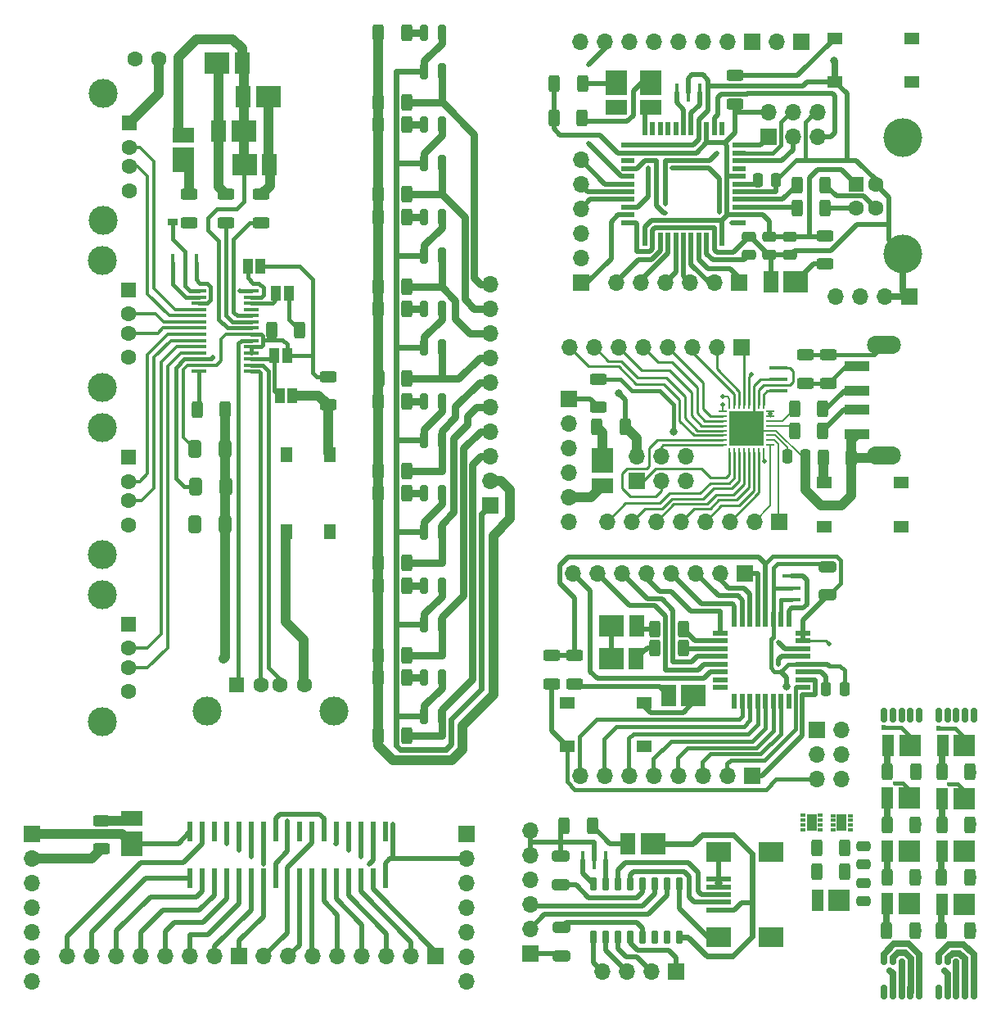
<source format=gbr>
%TF.GenerationSoftware,KiCad,Pcbnew,(6.0.5)*%
%TF.CreationDate,2023-06-16T09:38:04+03:00*%
%TF.ProjectId,JLC1,4a4c4331-2e6b-4696-9361-645f70636258,rev?*%
%TF.SameCoordinates,Original*%
%TF.FileFunction,Copper,L1,Top*%
%TF.FilePolarity,Positive*%
%FSLAX46Y46*%
G04 Gerber Fmt 4.6, Leading zero omitted, Abs format (unit mm)*
G04 Created by KiCad (PCBNEW (6.0.5)) date 2023-06-16 09:38:04*
%MOMM*%
%LPD*%
G01*
G04 APERTURE LIST*
G04 Aperture macros list*
%AMRoundRect*
0 Rectangle with rounded corners*
0 $1 Rounding radius*
0 $2 $3 $4 $5 $6 $7 $8 $9 X,Y pos of 4 corners*
0 Add a 4 corners polygon primitive as box body*
4,1,4,$2,$3,$4,$5,$6,$7,$8,$9,$2,$3,0*
0 Add four circle primitives for the rounded corners*
1,1,$1+$1,$2,$3*
1,1,$1+$1,$4,$5*
1,1,$1+$1,$6,$7*
1,1,$1+$1,$8,$9*
0 Add four rect primitives between the rounded corners*
20,1,$1+$1,$2,$3,$4,$5,0*
20,1,$1+$1,$4,$5,$6,$7,0*
20,1,$1+$1,$6,$7,$8,$9,0*
20,1,$1+$1,$8,$9,$2,$3,0*%
G04 Aperture macros list end*
%TA.AperFunction,ComponentPad*%
%ADD10R,1.600000X1.600000*%
%TD*%
%TA.AperFunction,ComponentPad*%
%ADD11C,1.600000*%
%TD*%
%TA.AperFunction,ComponentPad*%
%ADD12C,4.000000*%
%TD*%
%TA.AperFunction,SMDPad,CuDef*%
%ADD13RoundRect,0.250000X-0.312500X-0.625000X0.312500X-0.625000X0.312500X0.625000X-0.312500X0.625000X0*%
%TD*%
%TA.AperFunction,SMDPad,CuDef*%
%ADD14RoundRect,0.250000X0.625000X-0.312500X0.625000X0.312500X-0.625000X0.312500X-0.625000X-0.312500X0*%
%TD*%
%TA.AperFunction,SMDPad,CuDef*%
%ADD15RoundRect,0.175000X0.175000X0.575000X-0.175000X0.575000X-0.175000X-0.575000X0.175000X-0.575000X0*%
%TD*%
%TA.AperFunction,ComponentPad*%
%ADD16R,1.700000X1.700000*%
%TD*%
%TA.AperFunction,ComponentPad*%
%ADD17O,1.700000X1.700000*%
%TD*%
%TA.AperFunction,SMDPad,CuDef*%
%ADD18RoundRect,0.250000X0.312500X0.625000X-0.312500X0.625000X-0.312500X-0.625000X0.312500X-0.625000X0*%
%TD*%
%TA.AperFunction,SMDPad,CuDef*%
%ADD19R,1.550000X1.300000*%
%TD*%
%TA.AperFunction,SMDPad,CuDef*%
%ADD20R,2.500000X2.200000*%
%TD*%
%TA.AperFunction,SMDPad,CuDef*%
%ADD21R,1.550000X2.200000*%
%TD*%
%TA.AperFunction,SMDPad,CuDef*%
%ADD22R,1.473200X0.508000*%
%TD*%
%TA.AperFunction,SMDPad,CuDef*%
%ADD23R,0.508000X1.473200*%
%TD*%
%TA.AperFunction,SMDPad,CuDef*%
%ADD24RoundRect,0.250000X-0.650000X0.325000X-0.650000X-0.325000X0.650000X-0.325000X0.650000X0.325000X0*%
%TD*%
%TA.AperFunction,SMDPad,CuDef*%
%ADD25R,1.900000X0.400000*%
%TD*%
%TA.AperFunction,SMDPad,CuDef*%
%ADD26RoundRect,0.197500X-0.197500X-0.632500X0.197500X-0.632500X0.197500X0.632500X-0.197500X0.632500X0*%
%TD*%
%TA.AperFunction,SMDPad,CuDef*%
%ADD27R,2.200000X2.200000*%
%TD*%
%TA.AperFunction,SMDPad,CuDef*%
%ADD28R,1.250000X2.200000*%
%TD*%
%TA.AperFunction,ComponentPad*%
%ADD29R,1.500000X1.600000*%
%TD*%
%TA.AperFunction,ComponentPad*%
%ADD30C,3.000000*%
%TD*%
%TA.AperFunction,SMDPad,CuDef*%
%ADD31RoundRect,0.250000X0.475000X-0.250000X0.475000X0.250000X-0.475000X0.250000X-0.475000X-0.250000X0*%
%TD*%
%TA.AperFunction,SMDPad,CuDef*%
%ADD32R,1.525000X0.440000*%
%TD*%
%TA.AperFunction,SMDPad,CuDef*%
%ADD33R,0.550000X1.600000*%
%TD*%
%TA.AperFunction,SMDPad,CuDef*%
%ADD34R,1.600000X0.550000*%
%TD*%
%TA.AperFunction,SMDPad,CuDef*%
%ADD35R,0.599440X1.998980*%
%TD*%
%TA.AperFunction,SMDPad,CuDef*%
%ADD36R,1.000000X1.500000*%
%TD*%
%TA.AperFunction,SMDPad,CuDef*%
%ADD37RoundRect,0.250000X-0.625000X0.312500X-0.625000X-0.312500X0.625000X-0.312500X0.625000X0.312500X0*%
%TD*%
%TA.AperFunction,SMDPad,CuDef*%
%ADD38R,1.300000X1.550000*%
%TD*%
%TA.AperFunction,SMDPad,CuDef*%
%ADD39RoundRect,0.250000X-0.250000X-0.475000X0.250000X-0.475000X0.250000X0.475000X-0.250000X0.475000X0*%
%TD*%
%TA.AperFunction,SMDPad,CuDef*%
%ADD40RoundRect,0.250000X-0.412500X-0.650000X0.412500X-0.650000X0.412500X0.650000X-0.412500X0.650000X0*%
%TD*%
%TA.AperFunction,SMDPad,CuDef*%
%ADD41R,0.500000X0.300000*%
%TD*%
%TA.AperFunction,SMDPad,CuDef*%
%ADD42R,1.050000X1.750000*%
%TD*%
%TA.AperFunction,SMDPad,CuDef*%
%ADD43R,2.200000X2.500000*%
%TD*%
%TA.AperFunction,SMDPad,CuDef*%
%ADD44R,2.200000X1.550000*%
%TD*%
%TA.AperFunction,SMDPad,CuDef*%
%ADD45RoundRect,0.250000X-0.475000X0.250000X-0.475000X-0.250000X0.475000X-0.250000X0.475000X0.250000X0*%
%TD*%
%TA.AperFunction,ComponentPad*%
%ADD46R,1.600000X1.500000*%
%TD*%
%TA.AperFunction,SMDPad,CuDef*%
%ADD47RoundRect,0.250000X0.650000X-0.325000X0.650000X0.325000X-0.650000X0.325000X-0.650000X-0.325000X0*%
%TD*%
%TA.AperFunction,SMDPad,CuDef*%
%ADD48R,2.500000X0.500000*%
%TD*%
%TA.AperFunction,SMDPad,CuDef*%
%ADD49R,2.500000X2.000000*%
%TD*%
%TA.AperFunction,SMDPad,CuDef*%
%ADD50RoundRect,0.062500X-0.062500X0.337500X-0.062500X-0.337500X0.062500X-0.337500X0.062500X0.337500X0*%
%TD*%
%TA.AperFunction,SMDPad,CuDef*%
%ADD51RoundRect,0.062500X-0.337500X0.062500X-0.337500X-0.062500X0.337500X-0.062500X0.337500X0.062500X0*%
%TD*%
%TA.AperFunction,SMDPad,CuDef*%
%ADD52R,3.600000X3.600000*%
%TD*%
%TA.AperFunction,SMDPad,CuDef*%
%ADD53R,0.400000X1.900000*%
%TD*%
%TA.AperFunction,SMDPad,CuDef*%
%ADD54R,1.000000X0.750000*%
%TD*%
%TA.AperFunction,SMDPad,CuDef*%
%ADD55R,2.500000X1.100000*%
%TD*%
%TA.AperFunction,ComponentPad*%
%ADD56O,3.500000X1.900000*%
%TD*%
%TA.AperFunction,SMDPad,CuDef*%
%ADD57RoundRect,0.049600X-0.260400X0.605400X-0.260400X-0.605400X0.260400X-0.605400X0.260400X0.605400X0*%
%TD*%
%TA.AperFunction,ViaPad*%
%ADD58C,0.600000*%
%TD*%
%TA.AperFunction,ViaPad*%
%ADD59C,0.800000*%
%TD*%
%TA.AperFunction,ViaPad*%
%ADD60C,0.500000*%
%TD*%
%TA.AperFunction,ViaPad*%
%ADD61C,0.400000*%
%TD*%
%TA.AperFunction,ViaPad*%
%ADD62C,1.000000*%
%TD*%
%TA.AperFunction,Conductor*%
%ADD63C,0.400000*%
%TD*%
%TA.AperFunction,Conductor*%
%ADD64C,0.500000*%
%TD*%
%TA.AperFunction,Conductor*%
%ADD65C,1.000000*%
%TD*%
%TA.AperFunction,Conductor*%
%ADD66C,0.200000*%
%TD*%
%TA.AperFunction,Conductor*%
%ADD67C,0.250000*%
%TD*%
%TA.AperFunction,Conductor*%
%ADD68C,0.350000*%
%TD*%
%TA.AperFunction,Conductor*%
%ADD69C,0.700000*%
%TD*%
%TA.AperFunction,Conductor*%
%ADD70C,0.600000*%
%TD*%
%TA.AperFunction,Conductor*%
%ADD71C,0.750000*%
%TD*%
%TA.AperFunction,Conductor*%
%ADD72C,0.450000*%
%TD*%
%TA.AperFunction,Conductor*%
%ADD73C,0.300000*%
%TD*%
G04 APERTURE END LIST*
D10*
%TO.P,USB,1*%
%TO.N,N/C*%
X143758450Y-49404050D03*
D11*
%TO.P,USB,2*%
X143758450Y-51904050D03*
%TO.P,USB,3*%
X145758450Y-51904050D03*
%TO.P,USB,4*%
X145758450Y-49404050D03*
D12*
%TO.P,USB,5*%
X148618450Y-44654050D03*
X148618450Y-56654050D03*
%TD*%
D13*
%TO.P,2K7,1*%
%TO.N,N/C*%
X75587500Y-72717500D03*
%TO.P,2K7,2*%
%TO.N,gnd*%
X78512500Y-72717500D03*
%TD*%
D14*
%TO.P,330R,1*%
%TO.N,gnd*%
X74750000Y-53380000D03*
%TO.P,330R,2*%
%TO.N,N/C*%
X74750000Y-50455000D03*
%TD*%
D15*
%TO.P,,1*%
%TO.N,N/C*%
X155025000Y-104275000D03*
%TD*%
D16*
%TO.P,REF\u002A\u002A,1*%
%TO.N,N/C*%
X103500000Y-116612500D03*
D17*
%TO.P,REF\u002A\u002A,2*%
X103500000Y-119152500D03*
%TO.P,REF\u002A\u002A,3*%
X103500000Y-121692500D03*
%TO.P,REF\u002A\u002A,4*%
X103500000Y-124232500D03*
%TO.P,REF\u002A\u002A,5*%
X103500000Y-126772500D03*
%TO.P,REF\u002A\u002A,6*%
X103500000Y-129312500D03*
%TO.P,REF\u002A\u002A,7*%
X103500000Y-131852500D03*
%TD*%
D15*
%TO.P,,1*%
%TO.N,N/C*%
X150275000Y-104262500D03*
%TD*%
D18*
%TO.P,330R,1*%
%TO.N,N/C*%
X115443450Y-42579050D03*
%TO.P,330R,2*%
X112518450Y-42579050D03*
%TD*%
D19*
%TO.P,RESET,1*%
%TO.N,N/C*%
X149518450Y-38854050D03*
X141568450Y-38854050D03*
%TO.P,RESET,2*%
X141568450Y-34354050D03*
X149518450Y-34354050D03*
%TD*%
D18*
%TO.P,47K,1*%
%TO.N,N/C*%
X97278750Y-40947500D03*
%TO.P,47K,2*%
%TO.N,5v*%
X94353750Y-40947500D03*
%TD*%
D20*
%TO.P,PORT2,1*%
%TO.N,N/C*%
X80400000Y-43942500D03*
D21*
%TO.P,PORT2,2*%
X77825000Y-43942500D03*
%TD*%
D18*
%TO.P,220R,1*%
%TO.N,N/C*%
X97278750Y-71847500D03*
%TO.P,220R,2*%
X94353750Y-71847500D03*
%TD*%
D15*
%TO.P,,1*%
%TO.N,N/C*%
X149375000Y-132937500D03*
%TD*%
D16*
%TO.P,REF\u002A\u002A,1*%
%TO.N,N/C*%
X79965872Y-129199400D03*
D17*
%TO.P,REF\u002A\u002A,2*%
X77425872Y-129199400D03*
%TO.P,REF\u002A\u002A,3*%
X74885872Y-129199400D03*
%TO.P,REF\u002A\u002A,4*%
X72345872Y-129199400D03*
%TO.P,REF\u002A\u002A,5*%
X69805872Y-129199400D03*
%TO.P,REF\u002A\u002A,6*%
X67265872Y-129199400D03*
%TO.P,REF\u002A\u002A,7*%
X64725872Y-129199400D03*
%TO.P,REF\u002A\u002A,8*%
X62185872Y-129199400D03*
%TD*%
D22*
%TO.P,ATmega32U4,1*%
%TO.N,N/C*%
X131655250Y-53383950D03*
%TO.P,ATmega32U4,2*%
X131655250Y-52596550D03*
%TO.P,ATmega32U4,3*%
X131655250Y-51783750D03*
%TO.P,ATmega32U4,4*%
X131655250Y-50996350D03*
%TO.P,ATmega32U4,5*%
X131655250Y-50183550D03*
%TO.P,ATmega32U4,6*%
X131655250Y-49396150D03*
%TO.P,ATmega32U4,7*%
X131655250Y-48608750D03*
%TO.P,ATmega32U4,8*%
X131655250Y-47795950D03*
%TO.P,ATmega32U4,9*%
X131655250Y-47008550D03*
%TO.P,ATmega32U4,10*%
X131655250Y-46195750D03*
%TO.P,ATmega32U4,11*%
X131655250Y-45408350D03*
D23*
%TO.P,ATmega32U4,12*%
X129902650Y-43655750D03*
%TO.P,ATmega32U4,13*%
X129115250Y-43655750D03*
%TO.P,ATmega32U4,14*%
X128302450Y-43655750D03*
%TO.P,ATmega32U4,15*%
X127515050Y-43655750D03*
%TO.P,ATmega32U4,16*%
X126702250Y-43655750D03*
%TO.P,ATmega32U4,17*%
X125914850Y-43655750D03*
%TO.P,ATmega32U4,18*%
X125127450Y-43655750D03*
%TO.P,ATmega32U4,19*%
X124314650Y-43655750D03*
%TO.P,ATmega32U4,20*%
X123527250Y-43655750D03*
%TO.P,ATmega32U4,21*%
X122714450Y-43655750D03*
%TO.P,ATmega32U4,22*%
X121927050Y-43655750D03*
D22*
%TO.P,ATmega32U4,23*%
X120174450Y-45408350D03*
%TO.P,ATmega32U4,24*%
X120174450Y-46195750D03*
%TO.P,ATmega32U4,25*%
X120174450Y-47008550D03*
%TO.P,ATmega32U4,26*%
X120174450Y-47795950D03*
%TO.P,ATmega32U4,27*%
X120174450Y-48608750D03*
%TO.P,ATmega32U4,28*%
X120174450Y-49396150D03*
%TO.P,ATmega32U4,29*%
X120174450Y-50183550D03*
%TO.P,ATmega32U4,30*%
X120174450Y-50996350D03*
%TO.P,ATmega32U4,31*%
X120174450Y-51783750D03*
%TO.P,ATmega32U4,32*%
X120174450Y-52596550D03*
%TO.P,ATmega32U4,33*%
X120174450Y-53383950D03*
D23*
%TO.P,ATmega32U4,34*%
X121927050Y-55136550D03*
%TO.P,ATmega32U4,35*%
X122714450Y-55136550D03*
%TO.P,ATmega32U4,36*%
X123527250Y-55136550D03*
%TO.P,ATmega32U4,37*%
X124314650Y-55136550D03*
%TO.P,ATmega32U4,38*%
X125127450Y-55136550D03*
%TO.P,ATmega32U4,39*%
X125914850Y-55136550D03*
%TO.P,ATmega32U4,40*%
X126702250Y-55136550D03*
%TO.P,ATmega32U4,41*%
X127515050Y-55136550D03*
%TO.P,ATmega32U4,42*%
X128302450Y-55136550D03*
%TO.P,ATmega32U4,43*%
X129115250Y-55136550D03*
%TO.P,ATmega32U4,44*%
X129902650Y-55136550D03*
%TD*%
D15*
%TO.P,,1*%
%TO.N,N/C*%
X153225000Y-104275000D03*
%TD*%
D18*
%TO.P,22R,1*%
%TO.N,N/C*%
X140300000Y-74937500D03*
%TO.P,22R,2*%
X137375000Y-74937500D03*
%TD*%
D15*
%TO.P,,1*%
%TO.N,N/C*%
X147575000Y-132937500D03*
%TD*%
D24*
%TO.P,100nF,1*%
%TO.N,N/C*%
X140790000Y-88947500D03*
%TO.P,100nF,2*%
X140790000Y-91897500D03*
%TD*%
D25*
%TO.P,16MHz,1*%
%TO.N,N/C*%
X137040000Y-92347500D03*
%TO.P,16MHz,2*%
X137040000Y-91147500D03*
%TO.P,16MHz,3*%
X137040000Y-89947500D03*
%TD*%
D26*
%TO.P,REF\u002A\u002A,1*%
%TO.N,gnd*%
X99091250Y-66322500D03*
%TO.P,REF\u002A\u002A,2*%
%TO.N,N/C*%
X99091250Y-62322500D03*
%TO.P,REF\u002A\u002A,3*%
X100891250Y-66322500D03*
%TO.P,REF\u002A\u002A,4*%
%TO.N,gnd*%
X100891250Y-62322500D03*
%TD*%
D11*
%TO.P,22pF,1*%
%TO.N,gnd*%
X69150000Y-36492500D03*
%TO.P,22pF,2*%
%TO.N,N/C*%
X71650000Y-36492500D03*
%TD*%
D20*
%TO.P,REF\u002A\u002A,1*%
%TO.N,N/C*%
X126940000Y-102272500D03*
D21*
%TO.P,REF\u002A\u002A,2*%
X124365000Y-102272500D03*
%TD*%
D20*
%TO.P,PORT4,1*%
%TO.N,N/C*%
X77650000Y-36942500D03*
D21*
%TO.P,PORT4,2*%
X80225000Y-36942500D03*
%TD*%
D27*
%TO.P,REF\u002A\u002A,1*%
%TO.N,N/C*%
X149250000Y-123812500D03*
D28*
%TO.P,REF\u002A\u002A,2*%
X146975000Y-123812500D03*
%TD*%
D29*
%TO.P,USB1,1*%
%TO.N,N/C*%
X68485000Y-94887500D03*
D11*
%TO.P,USB1,2*%
X68485000Y-97387500D03*
%TO.P,USB1,3*%
X68485000Y-99387500D03*
%TO.P,USB1,4*%
%TO.N,gnd*%
X68485000Y-101887500D03*
D30*
%TO.P,USB1,5*%
X65775000Y-91817500D03*
X65775000Y-104957500D03*
%TD*%
D31*
%TO.P,0.1uF,1*%
%TO.N,N/C*%
X132714850Y-56721150D03*
%TO.P,0.1uF,2*%
X132714850Y-54821150D03*
%TD*%
D14*
%TO.P,330R,1*%
%TO.N,N/C*%
X78575000Y-53380000D03*
%TO.P,330R,2*%
X78575000Y-50455000D03*
%TD*%
D18*
%TO.P,REF\u002A\u002A,1*%
%TO.N,N/C*%
X142587500Y-118037500D03*
%TO.P,REF\u002A\u002A,2*%
X139662500Y-118037500D03*
%TD*%
D16*
%TO.P,REF\u002A\u002A,1*%
%TO.N,N/C*%
X114075000Y-71612500D03*
D17*
%TO.P,REF\u002A\u002A,2*%
X114075000Y-74152500D03*
%TO.P,REF\u002A\u002A,3*%
X114075000Y-76692500D03*
%TO.P,REF\u002A\u002A,4*%
X114075000Y-79232500D03*
%TO.P,REF\u002A\u002A,5*%
X114075000Y-81772500D03*
%TO.P,REF\u002A\u002A,6*%
X114075000Y-84312500D03*
%TD*%
D27*
%TO.P,REF\u002A\u002A,1*%
%TO.N,N/C*%
X154975000Y-107450000D03*
D28*
%TO.P,REF\u002A\u002A,2*%
X152700000Y-107450000D03*
%TD*%
D18*
%TO.P,47K,1*%
%TO.N,N/C*%
X97291250Y-69522500D03*
%TO.P,47K,2*%
%TO.N,5v*%
X94366250Y-69522500D03*
%TD*%
%TO.P,REF\u002A\u002A,1*%
%TO.N,N/C*%
X142587500Y-120487500D03*
%TO.P,REF\u002A\u002A,2*%
X139662500Y-120487500D03*
%TD*%
D16*
%TO.P,REF\u002A\u002A,1*%
%TO.N,N/C*%
X133008450Y-34704050D03*
D17*
%TO.P,REF\u002A\u002A,2*%
X130468450Y-34704050D03*
%TO.P,REF\u002A\u002A,3*%
X127928450Y-34704050D03*
%TO.P,REF\u002A\u002A,4*%
X125388450Y-34704050D03*
%TO.P,REF\u002A\u002A,5*%
X122848450Y-34704050D03*
%TO.P,REF\u002A\u002A,6*%
X120308450Y-34704050D03*
%TO.P,REF\u002A\u002A,7*%
X117768450Y-34704050D03*
%TO.P,REF\u002A\u002A,8*%
X115228450Y-34704050D03*
%TD*%
D13*
%TO.P,22R,1*%
%TO.N,N/C*%
X137645950Y-49504050D03*
%TO.P,22R,2*%
X140570950Y-49504050D03*
%TD*%
D16*
%TO.P,REF\u002A\u002A,1*%
%TO.N,N/C*%
X125130000Y-130797500D03*
D17*
%TO.P,REF\u002A\u002A,2*%
X122590000Y-130797500D03*
%TO.P,REF\u002A\u002A,3*%
X120050000Y-130797500D03*
%TO.P,REF\u002A\u002A,4*%
X117510000Y-130797500D03*
%TD*%
D16*
%TO.P,REF\u002A\u002A,1*%
%TO.N,N/C*%
X121045000Y-80127500D03*
D17*
%TO.P,REF\u002A\u002A,2*%
X121045000Y-77587500D03*
%TO.P,REF\u002A\u002A,3*%
X123585000Y-80127500D03*
%TO.P,REF\u002A\u002A,4*%
X123585000Y-77587500D03*
%TO.P,REF\u002A\u002A,5*%
X126125000Y-80127500D03*
%TO.P,REF\u002A\u002A,6*%
X126125000Y-77587500D03*
%TD*%
D16*
%TO.P,REF\u002A\u002A,1*%
%TO.N,N/C*%
X131689850Y-59583550D03*
D17*
%TO.P,REF\u002A\u002A,2*%
X129149850Y-59583550D03*
%TO.P,REF\u002A\u002A,3*%
X126609850Y-59583550D03*
%TO.P,REF\u002A\u002A,4*%
X124069850Y-59583550D03*
%TO.P,REF\u002A\u002A,5*%
X121529850Y-59583550D03*
%TO.P,REF\u002A\u002A,6*%
X118989850Y-59583550D03*
%TD*%
D15*
%TO.P,,1*%
%TO.N,N/C*%
X147575000Y-104262500D03*
%TD*%
%TO.P,,1*%
%TO.N,N/C*%
X153225000Y-132950000D03*
%TD*%
D14*
%TO.P,,1*%
%TO.N,N/C*%
X82250000Y-53392500D03*
%TD*%
D18*
%TO.P,220R,1*%
%TO.N,N/C*%
X97278750Y-90897500D03*
%TO.P,220R,2*%
X94353750Y-90897500D03*
%TD*%
D32*
%TO.P,FE1.1s,1*%
%TO.N,gnd*%
X75771500Y-60452500D03*
%TO.P,FE1.1s,2*%
%TO.N,N/C*%
X75771500Y-61092500D03*
%TO.P,FE1.1s,3*%
X75771500Y-61732500D03*
%TO.P,FE1.1s,4*%
X75771500Y-62372500D03*
%TO.P,FE1.1s,5*%
X75771500Y-63012500D03*
%TO.P,FE1.1s,6*%
X75771500Y-63652500D03*
%TO.P,FE1.1s,7*%
X75771500Y-64292500D03*
%TO.P,FE1.1s,8*%
X75771500Y-64932500D03*
%TO.P,FE1.1s,9*%
X75771500Y-65572500D03*
%TO.P,FE1.1s,10*%
X75771500Y-66212500D03*
%TO.P,FE1.1s,11*%
X75771500Y-66852500D03*
%TO.P,FE1.1s,12*%
%TO.N,1.8V*%
X75771500Y-67492500D03*
%TO.P,FE1.1s,13*%
%TO.N,3.3V*%
X75771500Y-68132500D03*
%TO.P,FE1.1s,14*%
%TO.N,N/C*%
X75771500Y-68772500D03*
%TO.P,FE1.1s,15*%
X81195500Y-68772500D03*
%TO.P,FE1.1s,16*%
X81195500Y-68132500D03*
%TO.P,FE1.1s,17*%
X81195500Y-67492500D03*
%TO.P,FE1.1s,18*%
%TO.N,3.3V*%
X81195500Y-66852500D03*
%TO.P,FE1.1s,19*%
X81195500Y-66212500D03*
%TO.P,FE1.1s,20*%
%TO.N,N/C*%
X81195500Y-65572500D03*
%TO.P,FE1.1s,21*%
%TO.N,3.3V*%
X81195500Y-64932500D03*
%TO.P,FE1.1s,22*%
%TO.N,N/C*%
X81195500Y-64292500D03*
%TO.P,FE1.1s,23*%
X81195500Y-63652500D03*
%TO.P,FE1.1s,24*%
X81195500Y-63012500D03*
%TO.P,FE1.1s,25*%
X81195500Y-62372500D03*
%TO.P,FE1.1s,26*%
X81195500Y-61732500D03*
%TO.P,FE1.1s,27*%
X81195500Y-61092500D03*
%TO.P,FE1.1s,28*%
X81195500Y-60452500D03*
%TD*%
D15*
%TO.P,,1*%
%TO.N,N/C*%
X152325000Y-132950000D03*
%TD*%
D18*
%TO.P,47K,1*%
%TO.N,N/C*%
X97278750Y-60022500D03*
%TO.P,47K,2*%
%TO.N,5v*%
X94353750Y-60022500D03*
%TD*%
D14*
%TO.P,1K,1*%
%TO.N,N/C*%
X89125000Y-72255000D03*
%TO.P,1K,2*%
%TO.N,3.3V*%
X89125000Y-69330000D03*
%TD*%
D18*
%TO.P,220R,1*%
%TO.N,N/C*%
X97278750Y-100422500D03*
%TO.P,220R,2*%
X94353750Y-100422500D03*
%TD*%
%TO.P,330R,1*%
%TO.N,N/C*%
X125865000Y-95422500D03*
%TO.P,330R,2*%
X122940000Y-95422500D03*
%TD*%
D16*
%TO.P,REF\u002A\u002A,1*%
%TO.N,N/C*%
X135775000Y-84287500D03*
D17*
%TO.P,REF\u002A\u002A,2*%
X133235000Y-84287500D03*
%TO.P,REF\u002A\u002A,3*%
X130695000Y-84287500D03*
%TO.P,REF\u002A\u002A,4*%
X128155000Y-84287500D03*
%TO.P,REF\u002A\u002A,5*%
X125615000Y-84287500D03*
%TO.P,REF\u002A\u002A,6*%
X123075000Y-84287500D03*
%TO.P,REF\u002A\u002A,7*%
X120535000Y-84287500D03*
%TO.P,REF\u002A\u002A,8*%
X117995000Y-84287500D03*
%TD*%
D33*
%TO.P,ATmega16U2,1*%
%TO.N,N/C*%
X136790000Y-94372500D03*
%TO.P,ATmega16U2,2*%
X135990000Y-94372500D03*
%TO.P,ATmega16U2,3*%
X135190000Y-94372500D03*
%TO.P,ATmega16U2,4*%
X134390000Y-94372500D03*
%TO.P,ATmega16U2,5*%
X133590000Y-94372500D03*
%TO.P,ATmega16U2,6*%
X132790000Y-94372500D03*
%TO.P,ATmega16U2,7*%
X131990000Y-94372500D03*
%TO.P,ATmega16U2,8*%
X131190000Y-94372500D03*
D34*
%TO.P,ATmega16U2,9*%
X129740000Y-95822500D03*
%TO.P,ATmega16U2,10*%
X129740000Y-96622500D03*
%TO.P,ATmega16U2,11*%
X129740000Y-97422500D03*
%TO.P,ATmega16U2,12*%
X129740000Y-98222500D03*
%TO.P,ATmega16U2,13*%
X129740000Y-99022500D03*
%TO.P,ATmega16U2,14*%
X129740000Y-99822500D03*
%TO.P,ATmega16U2,15*%
X129740000Y-100622500D03*
%TO.P,ATmega16U2,16*%
X129740000Y-101422500D03*
D33*
%TO.P,ATmega16U2,17*%
X131190000Y-102872500D03*
%TO.P,ATmega16U2,18*%
X131990000Y-102872500D03*
%TO.P,ATmega16U2,19*%
X132790000Y-102872500D03*
%TO.P,ATmega16U2,20*%
X133590000Y-102872500D03*
%TO.P,ATmega16U2,21*%
X134390000Y-102872500D03*
%TO.P,ATmega16U2,22*%
X135190000Y-102872500D03*
%TO.P,ATmega16U2,23*%
X135990000Y-102872500D03*
%TO.P,ATmega16U2,24*%
X136790000Y-102872500D03*
D34*
%TO.P,ATmega16U2,25*%
X138240000Y-101422500D03*
%TO.P,ATmega16U2,26*%
X138240000Y-100622500D03*
%TO.P,ATmega16U2,27*%
X138240000Y-99822500D03*
%TO.P,ATmega16U2,28*%
X138240000Y-99022500D03*
%TO.P,ATmega16U2,29*%
X138240000Y-98222500D03*
%TO.P,ATmega16U2,30*%
X138240000Y-97422500D03*
%TO.P,ATmega16U2,31*%
X138240000Y-96622500D03*
%TO.P,ATmega16U2,32*%
X138240000Y-95822500D03*
%TD*%
D26*
%TO.P,REF\u002A\u002A,1*%
%TO.N,gnd*%
X99091250Y-104422500D03*
%TO.P,REF\u002A\u002A,2*%
%TO.N,N/C*%
X99091250Y-100422500D03*
%TO.P,REF\u002A\u002A,3*%
X100891250Y-104422500D03*
%TO.P,REF\u002A\u002A,4*%
%TO.N,gnd*%
X100891250Y-100422500D03*
%TD*%
D35*
%TO.P,REF\u002A\u002A,1*%
%TO.N,N/C*%
X86152500Y-121147200D03*
%TO.P,REF\u002A\u002A,2*%
X87422500Y-121147200D03*
%TO.P,REF\u002A\u002A,3*%
X88692500Y-121147200D03*
%TO.P,REF\u002A\u002A,4*%
X89962500Y-121147200D03*
%TO.P,REF\u002A\u002A,5*%
X91232500Y-121147200D03*
%TO.P,REF\u002A\u002A,6*%
X92502500Y-121147200D03*
%TO.P,REF\u002A\u002A,7*%
X93772500Y-121147200D03*
%TO.P,REF\u002A\u002A,8*%
X95042500Y-121147200D03*
%TO.P,REF\u002A\u002A,9*%
X95042500Y-116346600D03*
%TO.P,REF\u002A\u002A,10*%
X93772500Y-116346600D03*
%TO.P,REF\u002A\u002A,11*%
X92502500Y-116346600D03*
%TO.P,REF\u002A\u002A,12*%
X91232500Y-116346600D03*
%TO.P,REF\u002A\u002A,13*%
X89962500Y-116346600D03*
%TO.P,REF\u002A\u002A,14*%
X88692500Y-116346600D03*
%TO.P,REF\u002A\u002A,15*%
X87422500Y-116346600D03*
%TO.P,REF\u002A\u002A,16*%
X86152500Y-116346600D03*
%TD*%
D16*
%TO.P,REF\u002A\u002A,1*%
%TO.N,N/C*%
X134677450Y-44558550D03*
D17*
%TO.P,REF\u002A\u002A,2*%
X134677450Y-42018550D03*
%TO.P,REF\u002A\u002A,3*%
X137217450Y-44558550D03*
%TO.P,REF\u002A\u002A,4*%
X137217450Y-42018550D03*
%TO.P,REF\u002A\u002A,5*%
X139757450Y-44558550D03*
%TO.P,REF\u002A\u002A,6*%
X139757450Y-42018550D03*
%TD*%
D36*
%TO.P,FUSE,1*%
%TO.N,N/C*%
X83775000Y-60692500D03*
%TO.P,FUSE,2*%
X85075000Y-60692500D03*
%TD*%
D15*
%TO.P,,1*%
%TO.N,N/C*%
X154125000Y-132950000D03*
%TD*%
%TO.P,,1*%
%TO.N,N/C*%
X152325000Y-104275000D03*
%TD*%
D27*
%TO.P,REF\u002A\u002A,1*%
%TO.N,N/C*%
X154950000Y-112900000D03*
D28*
%TO.P,REF\u002A\u002A,2*%
X152675000Y-112900000D03*
%TD*%
D15*
%TO.P,,1*%
%TO.N,N/C*%
X154125000Y-104275000D03*
%TD*%
D26*
%TO.P,REF\u002A\u002A,1*%
%TO.N,gnd*%
X99091250Y-94897500D03*
%TO.P,REF\u002A\u002A,2*%
%TO.N,N/C*%
X99091250Y-90897500D03*
%TO.P,REF\u002A\u002A,3*%
X100891250Y-94897500D03*
%TO.P,REF\u002A\u002A,4*%
%TO.N,gnd*%
X100891250Y-90897500D03*
%TD*%
D18*
%TO.P,220R,1*%
%TO.N,N/C*%
X97278750Y-62347500D03*
%TO.P,220R,2*%
X94353750Y-62347500D03*
%TD*%
D37*
%TO.P,10uF,1*%
%TO.N,N/C*%
X140875000Y-67075000D03*
%TO.P,10uF,2*%
X140875000Y-70000000D03*
%TD*%
D38*
%TO.P,RESET,1*%
%TO.N,N/C*%
X89325000Y-77367500D03*
X89325000Y-85317500D03*
%TO.P,RESET,2*%
%TO.N,gnd*%
X84825000Y-85317500D03*
%TO.N,N/C*%
X84825000Y-77367500D03*
%TD*%
D37*
%TO.P,100nF,1*%
%TO.N,N/C*%
X117125000Y-69575000D03*
%TO.P,100nF,2*%
X117125000Y-72500000D03*
%TD*%
D27*
%TO.P,REF\u002A\u002A,1*%
%TO.N,N/C*%
X149325000Y-107437500D03*
D28*
%TO.P,REF\u002A\u002A,2*%
X147050000Y-107437500D03*
%TD*%
D37*
%TO.P,100nF,1*%
%TO.N,N/C*%
X138550000Y-67075000D03*
%TO.P,100nF,2*%
X138550000Y-70000000D03*
%TD*%
D18*
%TO.P,FUSE,1*%
%TO.N,N/C*%
X86212500Y-64542500D03*
%TO.P,FUSE,2*%
%TO.N,3.3V*%
X83287500Y-64542500D03*
%TD*%
D39*
%TO.P,1uF,1*%
%TO.N,N/C*%
X140640000Y-101622500D03*
%TO.P,1uF,2*%
X142540000Y-101622500D03*
%TD*%
D29*
%TO.P,USB2,1*%
%TO.N,N/C*%
X68510000Y-77637500D03*
D11*
%TO.P,USB2,2*%
X68510000Y-80137500D03*
%TO.P,USB2,3*%
X68510000Y-82137500D03*
%TO.P,USB2,4*%
%TO.N,gnd*%
X68510000Y-84637500D03*
D30*
%TO.P,USB2,5*%
X65800000Y-74567500D03*
X65800000Y-87707500D03*
%TD*%
D18*
%TO.P,REF\u002A\u002A,1*%
%TO.N,N/C*%
X155500000Y-126550000D03*
%TO.P,REF\u002A\u002A,2*%
X152575000Y-126550000D03*
%TD*%
D37*
%TO.P,330R,1*%
%TO.N,N/C*%
X114640000Y-98147500D03*
%TO.P,330R,2*%
X114640000Y-101072500D03*
%TD*%
D20*
%TO.P,PORT1,1*%
%TO.N,N/C*%
X80500000Y-47442500D03*
D21*
%TO.P,PORT1,2*%
X83075000Y-47442500D03*
%TD*%
D15*
%TO.P,,1*%
%TO.N,N/C*%
X146675000Y-132937500D03*
%TD*%
D18*
%TO.P,47K,1*%
%TO.N,N/C*%
X97278750Y-50472500D03*
%TO.P,47K,2*%
%TO.N,5v*%
X94353750Y-50472500D03*
%TD*%
D20*
%TO.P,REF\u002A\u002A,1*%
%TO.N,N/C*%
X122752500Y-117622500D03*
D21*
%TO.P,REF\u002A\u002A,2*%
X120177500Y-117622500D03*
%TD*%
D16*
%TO.P,REF\u002A\u002A,1*%
%TO.N,N/C*%
X100265872Y-129199400D03*
D17*
%TO.P,REF\u002A\u002A,2*%
X97725872Y-129199400D03*
%TO.P,REF\u002A\u002A,3*%
X95185872Y-129199400D03*
%TO.P,REF\u002A\u002A,4*%
X92645872Y-129199400D03*
%TO.P,REF\u002A\u002A,5*%
X90105872Y-129199400D03*
%TO.P,REF\u002A\u002A,6*%
X87565872Y-129199400D03*
%TO.P,REF\u002A\u002A,7*%
X85025872Y-129199400D03*
%TO.P,REF\u002A\u002A,8*%
X82485872Y-129199400D03*
%TD*%
D20*
%TO.P,REF\u002A\u002A,1*%
%TO.N,N/C*%
X118465000Y-95047500D03*
D21*
%TO.P,REF\u002A\u002A,2*%
X121040000Y-95047500D03*
%TD*%
D31*
%TO.P,1uF,1*%
%TO.N,N/C*%
X144525000Y-119737500D03*
%TO.P,1uF,2*%
X144525000Y-117837500D03*
%TD*%
D15*
%TO.P,,1*%
%TO.N,N/C*%
X149375000Y-104262500D03*
%TD*%
D18*
%TO.P,REF\u002A\u002A,1*%
%TO.N,N/C*%
X149925000Y-110162500D03*
%TO.P,REF\u002A\u002A,2*%
X147000000Y-110162500D03*
%TD*%
D16*
%TO.P,REF\u002A\u002A,1*%
%TO.N,N/C*%
X115283450Y-59629050D03*
D17*
%TO.P,REF\u002A\u002A,2*%
X115283450Y-57089050D03*
%TO.P,REF\u002A\u002A,3*%
X115283450Y-54549050D03*
%TO.P,REF\u002A\u002A,4*%
X115283450Y-52009050D03*
%TO.P,REF\u002A\u002A,5*%
X115283450Y-49469050D03*
%TO.P,REF\u002A\u002A,6*%
X115283450Y-46929050D03*
%TD*%
D40*
%TO.P,10uF,1*%
%TO.N,3.3V*%
X75337500Y-76792500D03*
%TO.P,10uF,2*%
%TO.N,gnd*%
X78462500Y-76792500D03*
%TD*%
D27*
%TO.P,REF\u002A\u002A,1*%
%TO.N,N/C*%
X154900000Y-123825000D03*
D28*
%TO.P,REF\u002A\u002A,2*%
X152625000Y-123825000D03*
%TD*%
D18*
%TO.P,220R,1*%
%TO.N,N/C*%
X97278750Y-43272500D03*
%TO.P,220R,2*%
X94353750Y-43272500D03*
%TD*%
%TO.P,REF\u002A\u002A,1*%
%TO.N,N/C*%
X155550000Y-115625000D03*
%TO.P,REF\u002A\u002A,2*%
X152625000Y-115625000D03*
%TD*%
D41*
%TO.P,LM358,1*%
%TO.N,N/C*%
X141375000Y-114675000D03*
%TO.P,LM358,2*%
X141375000Y-115175000D03*
%TO.P,LM358,3*%
X141375000Y-115675000D03*
%TO.P,LM358,4*%
X141375000Y-116175000D03*
%TO.P,LM358,5*%
X143175000Y-116175000D03*
%TO.P,LM358,6*%
X143175000Y-115675000D03*
%TO.P,LM358,7*%
X143175000Y-115175000D03*
%TO.P,LM358,8*%
X143175000Y-114675000D03*
D42*
%TO.P,LM358,9*%
X142275000Y-115425000D03*
%TD*%
D27*
%TO.P,REF\u002A\u002A,1*%
%TO.N,N/C*%
X149275000Y-118362500D03*
D28*
%TO.P,REF\u002A\u002A,2*%
X147000000Y-118362500D03*
%TD*%
D15*
%TO.P,,1*%
%TO.N,N/C*%
X146675000Y-104262500D03*
%TD*%
D43*
%TO.P,TX,1*%
%TO.N,N/C*%
X118958450Y-38904050D03*
D44*
%TO.P,TX,2*%
X118958450Y-41479050D03*
%TD*%
D18*
%TO.P,REF\u002A\u002A,1*%
%TO.N,N/C*%
X149875000Y-121087500D03*
%TO.P,REF\u002A\u002A,2*%
X146950000Y-121087500D03*
%TD*%
D39*
%TO.P,1uF,1*%
%TO.N,N/C*%
X136625000Y-77587500D03*
%TO.P,1uF,2*%
X138525000Y-77587500D03*
%TD*%
D18*
%TO.P,220R,1*%
%TO.N,N/C*%
X97278750Y-33747500D03*
%TO.P,220R,2*%
X94353750Y-33747500D03*
%TD*%
D15*
%TO.P,,1*%
%TO.N,N/C*%
X155925000Y-132950000D03*
%TD*%
D18*
%TO.P,330R,1*%
%TO.N,N/C*%
X115468450Y-39029050D03*
%TO.P,330R,2*%
X112543450Y-39029050D03*
%TD*%
%TO.P,REF\u002A\u002A,1*%
%TO.N,N/C*%
X155575000Y-110175000D03*
%TO.P,REF\u002A\u002A,2*%
X152650000Y-110175000D03*
%TD*%
D15*
%TO.P,,1*%
%TO.N,N/C*%
X155025000Y-132950000D03*
%TD*%
D41*
%TO.P,LM358,1*%
%TO.N,N/C*%
X138275000Y-114637500D03*
%TO.P,LM358,2*%
X138275000Y-115137500D03*
%TO.P,LM358,3*%
X138275000Y-115637500D03*
%TO.P,LM358,4*%
X138275000Y-116137500D03*
%TO.P,LM358,5*%
X140075000Y-116137500D03*
%TO.P,LM358,6*%
X140075000Y-115637500D03*
%TO.P,LM358,7*%
X140075000Y-115137500D03*
%TO.P,LM358,8*%
X140075000Y-114637500D03*
D42*
%TO.P,LM358,9*%
X139175000Y-115387500D03*
%TD*%
D19*
%TO.P,RESET,1*%
%TO.N,N/C*%
X148450000Y-84787500D03*
X140500000Y-84787500D03*
%TO.P,RESET,2*%
X148450000Y-80287500D03*
X140500000Y-80287500D03*
%TD*%
D15*
%TO.P,,1*%
%TO.N,N/C*%
X148475000Y-104262500D03*
%TD*%
D45*
%TO.P,10uF,1*%
%TO.N,N/C*%
X136908450Y-54829050D03*
%TO.P,10uF,2*%
X136908450Y-56729050D03*
%TD*%
D46*
%TO.P,USB_0,1*%
%TO.N,N/C*%
X79675000Y-101157500D03*
D11*
%TO.P,USB_0,2*%
X82175000Y-101157500D03*
%TO.P,USB_0,3*%
X84175000Y-101157500D03*
%TO.P,USB_0,4*%
%TO.N,gnd*%
X86675000Y-101157500D03*
D30*
%TO.P,USB_0,5*%
X76605000Y-103867500D03*
X89745000Y-103867500D03*
%TD*%
D15*
%TO.P,,1*%
%TO.N,N/C*%
X148475000Y-132937500D03*
%TD*%
%TO.P,,1*%
%TO.N,N/C*%
X150275000Y-132937500D03*
%TD*%
D18*
%TO.P,220R,1*%
%TO.N,N/C*%
X97278750Y-52797500D03*
%TO.P,220R,2*%
X94353750Y-52797500D03*
%TD*%
D39*
%TO.P,1uF,1*%
%TO.N,N/C*%
X133577450Y-49008550D03*
%TO.P,1uF,2*%
X135477450Y-49008550D03*
%TD*%
D14*
%TO.P,10K,1*%
%TO.N,N/C*%
X112290000Y-101072500D03*
%TO.P,10K,2*%
X112290000Y-98147500D03*
%TD*%
D31*
%TO.P,1uF,1*%
%TO.N,N/C*%
X144525000Y-123537500D03*
%TO.P,1uF,2*%
X144525000Y-121637500D03*
%TD*%
D16*
%TO.P,REF\u002A\u002A,1*%
%TO.N,N/C*%
X132240000Y-89622500D03*
D17*
%TO.P,REF\u002A\u002A,2*%
X129700000Y-89622500D03*
%TO.P,REF\u002A\u002A,3*%
X127160000Y-89622500D03*
%TO.P,REF\u002A\u002A,4*%
X124620000Y-89622500D03*
%TO.P,REF\u002A\u002A,5*%
X122080000Y-89622500D03*
%TO.P,REF\u002A\u002A,6*%
X119540000Y-89622500D03*
%TO.P,REF\u002A\u002A,7*%
X117000000Y-89622500D03*
%TO.P,REF\u002A\u002A,8*%
X114460000Y-89622500D03*
%TD*%
D14*
%TO.P,330R,1*%
%TO.N,N/C*%
X82250000Y-53392500D03*
%TO.P,330R,2*%
X82250000Y-50467500D03*
%TD*%
D13*
%TO.P,1K,1*%
%TO.N,gnd*%
X113540000Y-115772500D03*
%TO.P,1K,2*%
%TO.N,N/C*%
X116465000Y-115772500D03*
%TD*%
D18*
%TO.P,1K,1*%
%TO.N,N/C*%
X119887500Y-74487500D03*
%TO.P,1K,2*%
X116962500Y-74487500D03*
%TD*%
D16*
%TO.P,REF\u002A\u002A,1*%
%TO.N,N/C*%
X58520000Y-116599400D03*
D17*
%TO.P,REF\u002A\u002A,2*%
X58520000Y-119139400D03*
%TO.P,REF\u002A\u002A,3*%
X58520000Y-121679400D03*
%TO.P,REF\u002A\u002A,4*%
X58520000Y-124219400D03*
%TO.P,REF\u002A\u002A,5*%
X58520000Y-126759400D03*
%TO.P,REF\u002A\u002A,6*%
X58520000Y-129299400D03*
%TO.P,REF\u002A\u002A,7*%
X58520000Y-131839400D03*
%TD*%
D18*
%TO.P,47K,1*%
%TO.N,N/C*%
X97278750Y-88572500D03*
%TO.P,47K,2*%
%TO.N,5v*%
X94353750Y-88572500D03*
%TD*%
D26*
%TO.P,REF\u002A\u002A,1*%
%TO.N,gnd*%
X99091250Y-85372500D03*
%TO.P,REF\u002A\u002A,2*%
%TO.N,N/C*%
X99091250Y-81372500D03*
%TO.P,REF\u002A\u002A,3*%
X100891250Y-85372500D03*
%TO.P,REF\u002A\u002A,4*%
%TO.N,gnd*%
X100891250Y-81372500D03*
%TD*%
D13*
%TO.P,22R,1*%
%TO.N,N/C*%
X137653950Y-51873050D03*
%TO.P,22R,2*%
X140578950Y-51873050D03*
%TD*%
D26*
%TO.P,REF\u002A\u002A,1*%
%TO.N,gnd*%
X99091250Y-37747500D03*
%TO.P,REF\u002A\u002A,2*%
%TO.N,N/C*%
X99091250Y-33747500D03*
%TO.P,REF\u002A\u002A,3*%
X100891250Y-37747500D03*
%TO.P,REF\u002A\u002A,4*%
%TO.N,gnd*%
X100891250Y-33747500D03*
%TD*%
D16*
%TO.P,REF\u002A\u002A,1*%
%TO.N,N/C*%
X149243450Y-61054050D03*
D17*
%TO.P,REF\u002A\u002A,2*%
X146703450Y-61054050D03*
%TO.P,REF\u002A\u002A,3*%
X144163450Y-61054050D03*
%TO.P,REF\u002A\u002A,4*%
X141623450Y-61054050D03*
%TD*%
D43*
%TO.P,REF\u002A\u002A,1*%
%TO.N,N/C*%
X117525000Y-77987500D03*
D44*
%TO.P,REF\u002A\u002A,2*%
X117525000Y-80562500D03*
%TD*%
D16*
%TO.P,-BAT+,1*%
%TO.N,N/C*%
X138108450Y-34704050D03*
D17*
%TO.P,-BAT+,2*%
X135568450Y-34704050D03*
%TD*%
D47*
%TO.P,100nF,1*%
%TO.N,N/C*%
X113252500Y-129197500D03*
%TO.P,100nF,2*%
X113252500Y-126247500D03*
%TD*%
D48*
%TO.P,USB,1*%
%TO.N,N/C*%
X129502500Y-124447500D03*
%TO.P,USB,2*%
X129502500Y-123647500D03*
%TO.P,USB,3*%
X129502500Y-122847500D03*
%TO.P,USB,4*%
%TO.N,gnd*%
X129502500Y-122047500D03*
%TO.P,USB,5*%
X129502500Y-121247500D03*
D49*
%TO.P,USB,6*%
%TO.N,N/C*%
X135002500Y-118447500D03*
X129502500Y-127247500D03*
X135002500Y-127247500D03*
%TO.N,gnd*%
X129502500Y-118447500D03*
%TD*%
D27*
%TO.P,REF\u002A\u002A,1*%
%TO.N,N/C*%
X142025000Y-123437500D03*
D28*
%TO.P,REF\u002A\u002A,2*%
X139750000Y-123437500D03*
%TD*%
D26*
%TO.P,REF\u002A\u002A,1*%
%TO.N,gnd*%
X99091250Y-75847500D03*
%TO.P,REF\u002A\u002A,2*%
%TO.N,N/C*%
X99091250Y-71847500D03*
%TO.P,REF\u002A\u002A,3*%
X100891250Y-75847500D03*
%TO.P,REF\u002A\u002A,4*%
%TO.N,gnd*%
X100891250Y-71847500D03*
%TD*%
D36*
%TO.P,BTN,1*%
%TO.N,N/C*%
X84125000Y-71267500D03*
%TO.P,BTN,2*%
X85425000Y-71267500D03*
%TD*%
D18*
%TO.P,47K,1*%
%TO.N,N/C*%
X97278750Y-98097500D03*
%TO.P,47K,2*%
%TO.N,5v*%
X94353750Y-98097500D03*
%TD*%
D14*
%TO.P,10K,1*%
%TO.N,N/C*%
X131268450Y-41141550D03*
%TO.P,10K,2*%
X131268450Y-38216550D03*
%TD*%
D18*
%TO.P,REF\u002A\u002A,1*%
%TO.N,N/C*%
X155525000Y-121100000D03*
%TO.P,REF\u002A\u002A,2*%
X152600000Y-121100000D03*
%TD*%
D40*
%TO.P,10uF,1*%
%TO.N,N/C*%
X75387500Y-84542500D03*
%TO.P,10uF,2*%
%TO.N,gnd*%
X78512500Y-84542500D03*
%TD*%
D20*
%TO.P,POW,1*%
%TO.N,N/C*%
X137533450Y-59554050D03*
D21*
%TO.P,POW,2*%
X134958450Y-59554050D03*
%TD*%
D18*
%TO.P,330R,1*%
%TO.N,N/C*%
X125865000Y-97372500D03*
%TO.P,330R,2*%
X122940000Y-97372500D03*
%TD*%
%TO.P,REF\u002A\u002A,1*%
%TO.N,N/C*%
X149900000Y-115612500D03*
%TO.P,REF\u002A\u002A,2*%
X146975000Y-115612500D03*
%TD*%
%TO.P,47K,1*%
%TO.N,N/C*%
X97278750Y-106447500D03*
%TO.P,47K,2*%
%TO.N,5v*%
X94353750Y-106447500D03*
%TD*%
D26*
%TO.P,REF\u002A\u002A,1*%
%TO.N,gnd*%
X99091250Y-47272500D03*
%TO.P,REF\u002A\u002A,2*%
%TO.N,N/C*%
X99091250Y-43272500D03*
%TO.P,REF\u002A\u002A,3*%
X100891250Y-47272500D03*
%TO.P,REF\u002A\u002A,4*%
%TO.N,gnd*%
X100891250Y-43272500D03*
%TD*%
D36*
%TO.P,TEST,1*%
%TO.N,N/C*%
X80825000Y-57867500D03*
%TO.P,TEST,2*%
%TO.N,3.3V*%
X82125000Y-57867500D03*
%TD*%
D50*
%TO.P,AT90USB162,1*%
%TO.N,N/C*%
X134175000Y-72187500D03*
%TO.P,AT90USB162,2*%
X133675000Y-72187500D03*
%TO.P,AT90USB162,3*%
X133175000Y-72187500D03*
%TO.P,AT90USB162,4*%
X132675000Y-72187500D03*
%TO.P,AT90USB162,5*%
X132175000Y-72187500D03*
%TO.P,AT90USB162,6*%
X131675000Y-72187500D03*
%TO.P,AT90USB162,7*%
X131175000Y-72187500D03*
%TO.P,AT90USB162,8*%
X130675000Y-72187500D03*
D51*
%TO.P,AT90USB162,9*%
X129975000Y-72887500D03*
%TO.P,AT90USB162,10*%
X129975000Y-73387500D03*
%TO.P,AT90USB162,11*%
X129975000Y-73887500D03*
%TO.P,AT90USB162,12*%
X129975000Y-74387500D03*
%TO.P,AT90USB162,13*%
X129975000Y-74887500D03*
%TO.P,AT90USB162,14*%
X129975000Y-75387500D03*
%TO.P,AT90USB162,15*%
X129975000Y-75887500D03*
%TO.P,AT90USB162,16*%
X129975000Y-76387500D03*
D50*
%TO.P,AT90USB162,17*%
X130675000Y-77087500D03*
%TO.P,AT90USB162,18*%
X131175000Y-77087500D03*
%TO.P,AT90USB162,19*%
X131675000Y-77087500D03*
%TO.P,AT90USB162,20*%
X132175000Y-77087500D03*
%TO.P,AT90USB162,21*%
X132675000Y-77087500D03*
%TO.P,AT90USB162,22*%
X133175000Y-77087500D03*
%TO.P,AT90USB162,23*%
X133675000Y-77087500D03*
%TO.P,AT90USB162,24*%
X134175000Y-77087500D03*
D51*
%TO.P,AT90USB162,25*%
X134875000Y-76387500D03*
%TO.P,AT90USB162,26*%
X134875000Y-75887500D03*
%TO.P,AT90USB162,27*%
X134875000Y-75387500D03*
%TO.P,AT90USB162,28*%
X134875000Y-74887500D03*
%TO.P,AT90USB162,29*%
X134875000Y-74387500D03*
%TO.P,AT90USB162,30*%
X134875000Y-73887500D03*
%TO.P,AT90USB162,31*%
X134875000Y-73387500D03*
%TO.P,AT90USB162,32*%
X134875000Y-72887500D03*
D52*
%TO.P,AT90USB162,33*%
X132425000Y-74637500D03*
%TD*%
D14*
%TO.P,330R,1*%
%TO.N,N/C*%
X140533450Y-57691550D03*
%TO.P,330R,2*%
X140533450Y-54766550D03*
%TD*%
D43*
%TO.P,PWR,1*%
%TO.N,N/C*%
X74150000Y-46892500D03*
D44*
%TO.P,PWR,2*%
X74150000Y-44317500D03*
%TD*%
D43*
%TO.P,REF\u002A\u002A,1*%
%TO.N,N/C*%
X68800000Y-117562500D03*
D44*
%TO.P,REF\u002A\u002A,2*%
X68800000Y-114987500D03*
%TD*%
D43*
%TO.P,RX,1*%
%TO.N,N/C*%
X122533450Y-38904050D03*
D44*
%TO.P,RX,2*%
X122533450Y-41479050D03*
%TD*%
D26*
%TO.P,REF\u002A\u002A,1*%
%TO.N,gnd*%
X99091250Y-56797500D03*
%TO.P,REF\u002A\u002A,2*%
%TO.N,N/C*%
X99091250Y-52797500D03*
%TO.P,REF\u002A\u002A,3*%
X100891250Y-56797500D03*
%TO.P,REF\u002A\u002A,4*%
%TO.N,gnd*%
X100891250Y-52797500D03*
%TD*%
D27*
%TO.P,REF\u002A\u002A,1*%
%TO.N,N/C*%
X154925000Y-118375000D03*
D28*
%TO.P,REF\u002A\u002A,2*%
X152650000Y-118375000D03*
%TD*%
D18*
%TO.P,10K,1*%
%TO.N,N/C*%
X143287500Y-77687500D03*
%TO.P,10K,2*%
X140362500Y-77687500D03*
%TD*%
D24*
%TO.P,100nF,1*%
%TO.N,gnd*%
X113230000Y-118897500D03*
%TO.P,100nF,2*%
%TO.N,N/C*%
X113230000Y-121847500D03*
%TD*%
D25*
%TO.P,16MHz,1*%
%TO.N,N/C*%
X135725000Y-68387500D03*
%TO.P,16MHz,2*%
X135725000Y-69587500D03*
%TO.P,16MHz,3*%
X135725000Y-70787500D03*
%TD*%
D35*
%TO.P,REF\u002A\u002A,1*%
%TO.N,N/C*%
X74830000Y-121162500D03*
%TO.P,REF\u002A\u002A,2*%
X76100000Y-121162500D03*
%TO.P,REF\u002A\u002A,3*%
X77370000Y-121162500D03*
%TO.P,REF\u002A\u002A,4*%
X78640000Y-121162500D03*
%TO.P,REF\u002A\u002A,5*%
X79910000Y-121162500D03*
%TO.P,REF\u002A\u002A,6*%
X81180000Y-121162500D03*
%TO.P,REF\u002A\u002A,7*%
X82450000Y-121162500D03*
%TO.P,REF\u002A\u002A,8*%
X83720000Y-121162500D03*
%TO.P,REF\u002A\u002A,9*%
X83720000Y-116361900D03*
%TO.P,REF\u002A\u002A,10*%
X82450000Y-116361900D03*
%TO.P,REF\u002A\u002A,11*%
X81180000Y-116361900D03*
%TO.P,REF\u002A\u002A,12*%
X79910000Y-116361900D03*
%TO.P,REF\u002A\u002A,13*%
X78640000Y-116361900D03*
%TO.P,REF\u002A\u002A,14*%
X77370000Y-116361900D03*
%TO.P,REF\u002A\u002A,15*%
X76100000Y-116361900D03*
%TO.P,REF\u002A\u002A,16*%
X74830000Y-116361900D03*
%TD*%
D16*
%TO.P,REF\u002A\u002A,1*%
%TO.N,N/C*%
X110052500Y-128912500D03*
D17*
%TO.P,REF\u002A\u002A,2*%
X110052500Y-126372500D03*
%TO.P,REF\u002A\u002A,3*%
X110052500Y-123832500D03*
%TO.P,REF\u002A\u002A,4*%
X110052500Y-121292500D03*
%TO.P,REF\u002A\u002A,5*%
%TO.N,gnd*%
X110052500Y-118752500D03*
%TO.P,REF\u002A\u002A,6*%
X110052500Y-116212500D03*
%TD*%
D16*
%TO.P,REF\u002A\u002A,1*%
%TO.N,N/C*%
X139690000Y-105847500D03*
D17*
%TO.P,REF\u002A\u002A,2*%
X142230000Y-105847500D03*
%TO.P,REF\u002A\u002A,3*%
X139690000Y-108387500D03*
%TO.P,REF\u002A\u002A,4*%
X142230000Y-108387500D03*
%TO.P,REF\u002A\u002A,5*%
X139690000Y-110927500D03*
%TO.P,REF\u002A\u002A,6*%
X142230000Y-110927500D03*
%TD*%
D27*
%TO.P,REF\u002A\u002A,1*%
%TO.N,N/C*%
X149300000Y-112887500D03*
D28*
%TO.P,REF\u002A\u002A,2*%
X147025000Y-112887500D03*
%TD*%
D16*
%TO.P,REF\u002A\u002A,1*%
%TO.N,N/C*%
X131900000Y-66287500D03*
D17*
%TO.P,REF\u002A\u002A,2*%
X129360000Y-66287500D03*
%TO.P,REF\u002A\u002A,3*%
X126820000Y-66287500D03*
%TO.P,REF\u002A\u002A,4*%
X124280000Y-66287500D03*
%TO.P,REF\u002A\u002A,5*%
X121740000Y-66287500D03*
%TO.P,REF\u002A\u002A,6*%
X119200000Y-66287500D03*
%TO.P,REF\u002A\u002A,7*%
X116660000Y-66287500D03*
%TO.P,REF\u002A\u002A,8*%
X114120000Y-66287500D03*
%TD*%
D15*
%TO.P,,1*%
%TO.N,N/C*%
X155925000Y-104275000D03*
%TD*%
D18*
%TO.P,47K,1*%
%TO.N,N/C*%
X97278750Y-79047500D03*
%TO.P,47K,2*%
%TO.N,5v*%
X94353750Y-79047500D03*
%TD*%
D53*
%TO.P,16MHz,1*%
%TO.N,N/C*%
X125227450Y-39958550D03*
%TO.P,16MHz,2*%
X126427450Y-39958550D03*
%TO.P,16MHz,3*%
X127627450Y-39958550D03*
%TD*%
D40*
%TO.P,10uF,1*%
%TO.N,1.8V*%
X75412500Y-80692500D03*
%TO.P,10uF,2*%
%TO.N,gnd*%
X78537500Y-80692500D03*
%TD*%
D37*
%TO.P,1K,1*%
%TO.N,N/C*%
X65725000Y-115200000D03*
%TO.P,1K,2*%
X65725000Y-118125000D03*
%TD*%
D53*
%TO.P,12MHz,1*%
%TO.N,N/C*%
X73100000Y-57542500D03*
%TO.P,12MHz,2*%
%TO.N,gnd*%
X74300000Y-57542500D03*
%TO.P,12MHz,3*%
%TO.N,N/C*%
X75500000Y-57542500D03*
%TD*%
D29*
%TO.P,USB3,1*%
%TO.N,N/C*%
X68535000Y-60342500D03*
D11*
%TO.P,USB3,2*%
X68535000Y-62842500D03*
%TO.P,USB3,3*%
X68535000Y-64842500D03*
%TO.P,USB3,4*%
%TO.N,gnd*%
X68535000Y-67342500D03*
D30*
%TO.P,USB3,5*%
X65825000Y-70412500D03*
X65825000Y-57272500D03*
%TD*%
D31*
%TO.P,1uF,1*%
%TO.N,N/C*%
X134789850Y-56721150D03*
%TO.P,1uF,2*%
X134789850Y-54821150D03*
%TD*%
D36*
%TO.P,RESET,1*%
%TO.N,N/C*%
X83600000Y-67117500D03*
%TO.P,RESET,2*%
%TO.N,3.3V*%
X84900000Y-67117500D03*
%TD*%
D18*
%TO.P,REF\u002A\u002A,1*%
%TO.N,N/C*%
X149850000Y-126537500D03*
%TO.P,REF\u002A\u002A,2*%
X146925000Y-126537500D03*
%TD*%
D20*
%TO.P,REF\u002A\u002A,1*%
%TO.N,N/C*%
X118440000Y-98497500D03*
D21*
%TO.P,REF\u002A\u002A,2*%
X121015000Y-98497500D03*
%TD*%
D54*
%TO.P,FUSE,1*%
%TO.N,gnd*%
X73087500Y-53367500D03*
%TO.P,FUSE,2*%
X74387500Y-53367500D03*
%TD*%
D18*
%TO.P,22R,1*%
%TO.N,N/C*%
X140300000Y-72637500D03*
%TO.P,22R,2*%
X137375000Y-72637500D03*
%TD*%
D55*
%TO.P,USB_0,1*%
%TO.N,N/C*%
X143875000Y-68237500D03*
%TO.P,USB_0,2*%
X143875000Y-70737500D03*
%TO.P,USB_0,3*%
X143875000Y-72737500D03*
%TO.P,USB_0,4*%
X143875000Y-75237500D03*
D56*
%TO.P,USB_0,5*%
X146625000Y-66037500D03*
X146625000Y-77437500D03*
%TD*%
D29*
%TO.P,USB4,1*%
%TO.N,N/C*%
X68560000Y-43092500D03*
D11*
%TO.P,USB4,2*%
X68560000Y-45592500D03*
%TO.P,USB4,3*%
X68560000Y-47592500D03*
%TO.P,USB4,4*%
%TO.N,gnd*%
X68560000Y-50092500D03*
D30*
%TO.P,USB4,5*%
X65850000Y-40022500D03*
X65850000Y-53162500D03*
%TD*%
D20*
%TO.P,PORT3,1*%
%TO.N,N/C*%
X82950000Y-40417500D03*
D21*
%TO.P,PORT3,2*%
X80375000Y-40417500D03*
%TD*%
D53*
%TO.P,12MHz,1*%
%TO.N,N/C*%
X115480000Y-119250000D03*
%TO.P,12MHz,2*%
%TO.N,gnd*%
X116680000Y-119250000D03*
%TO.P,12MHz,3*%
%TO.N,N/C*%
X117880000Y-119250000D03*
%TD*%
D16*
%TO.P,REF\u002A\u002A,1*%
%TO.N,N/C*%
X132990000Y-110572500D03*
D17*
%TO.P,REF\u002A\u002A,2*%
X130450000Y-110572500D03*
%TO.P,REF\u002A\u002A,3*%
X127910000Y-110572500D03*
%TO.P,REF\u002A\u002A,4*%
X125370000Y-110572500D03*
%TO.P,REF\u002A\u002A,5*%
X122830000Y-110572500D03*
%TO.P,REF\u002A\u002A,6*%
X120290000Y-110572500D03*
%TO.P,REF\u002A\u002A,7*%
X117750000Y-110572500D03*
%TO.P,REF\u002A\u002A,8*%
X115210000Y-110572500D03*
%TD*%
D18*
%TO.P,220R,1*%
%TO.N,N/C*%
X97278750Y-81372500D03*
%TO.P,220R,2*%
X94353750Y-81372500D03*
%TD*%
D19*
%TO.P,RESET,1*%
%TO.N,N/C*%
X113865000Y-107522500D03*
X121815000Y-107522500D03*
%TO.P,RESET,2*%
X113865000Y-103022500D03*
X121815000Y-103022500D03*
%TD*%
D57*
%TO.P,CH340G,1*%
%TO.N,N/C*%
X125450000Y-121725000D03*
%TO.P,CH340G,2*%
X124180000Y-121725000D03*
%TO.P,CH340G,3*%
X122910000Y-121725000D03*
%TO.P,CH340G,4*%
X121640000Y-121725000D03*
%TO.P,CH340G,5*%
X120370000Y-121725000D03*
%TO.P,CH340G,6*%
X119100000Y-121725000D03*
%TO.P,CH340G,7*%
X117830000Y-121725000D03*
%TO.P,CH340G,8*%
X116560000Y-121725000D03*
%TO.P,CH340G,9*%
X116560000Y-127225000D03*
%TO.P,CH340G,10*%
X117830000Y-127225000D03*
%TO.P,CH340G,11*%
X119100000Y-127225000D03*
%TO.P,CH340G,12*%
X120370000Y-127225000D03*
%TO.P,CH340G,13*%
X121640000Y-127225000D03*
%TO.P,CH340G,14*%
X122910000Y-127225000D03*
%TO.P,CH340G,15*%
X124180000Y-127225000D03*
%TO.P,CH340G,16*%
X125450000Y-127225000D03*
%TD*%
D16*
%TO.P,REF\u002A\u002A,1*%
%TO.N,gnd*%
X105941250Y-82587500D03*
D17*
%TO.P,REF\u002A\u002A,2*%
%TO.N,5v*%
X105941250Y-80047500D03*
%TO.P,REF\u002A\u002A,3*%
%TO.N,N/C*%
X105941250Y-77507500D03*
%TO.P,REF\u002A\u002A,4*%
X105941250Y-74967500D03*
%TO.P,REF\u002A\u002A,5*%
X105941250Y-72427500D03*
%TO.P,REF\u002A\u002A,6*%
X105941250Y-69887500D03*
%TO.P,REF\u002A\u002A,7*%
X105941250Y-67347500D03*
%TO.P,REF\u002A\u002A,8*%
X105941250Y-64807500D03*
%TO.P,REF\u002A\u002A,9*%
X105941250Y-62267500D03*
%TO.P,REF\u002A\u002A,10*%
X105941250Y-59727500D03*
%TD*%
D58*
%TO.N,*%
X152325000Y-129775000D03*
D59*
X114640000Y-98122500D03*
D60*
X78625000Y-117587500D03*
X122258450Y-47779050D03*
D58*
X146650000Y-105612500D03*
D59*
X126940000Y-102272500D03*
D60*
X140965000Y-96922500D03*
X131655250Y-47795950D03*
D58*
X150275000Y-110237500D03*
D60*
X122683450Y-43659050D03*
D58*
X146675000Y-129762500D03*
X147250000Y-130687500D03*
D60*
X77400000Y-116762500D03*
X141002450Y-54783550D03*
X79900000Y-118287500D03*
D58*
X155950000Y-121075000D03*
X153225000Y-129800000D03*
D60*
X116068450Y-45189050D03*
X91232500Y-118245000D03*
D59*
X141468450Y-36629050D03*
D61*
X147725000Y-111362500D03*
D59*
X122727500Y-117672500D03*
D60*
X131190000Y-102872500D03*
D58*
X155950000Y-115575000D03*
D60*
X129975000Y-72187500D03*
X93350000Y-119687500D03*
X140965000Y-99197500D03*
X132925000Y-69087500D03*
X123533450Y-43654050D03*
X124333450Y-43654050D03*
X133218450Y-40079050D03*
X134875000Y-73137500D03*
D58*
X148475000Y-118287500D03*
X149400000Y-123862500D03*
D60*
X74850000Y-115987500D03*
D59*
X136590000Y-101372500D03*
D58*
X150300000Y-115562500D03*
D60*
X81200000Y-118987500D03*
D58*
X147575000Y-129787500D03*
D60*
X135740000Y-96772500D03*
D58*
X150300000Y-121062500D03*
X155050000Y-123875000D03*
D60*
X136790000Y-102872500D03*
X82450000Y-119687500D03*
X116068450Y-37054050D03*
X129658450Y-52329050D03*
X129975000Y-71387500D03*
D58*
X154125000Y-118300000D03*
D60*
X135690000Y-99072500D03*
X133218450Y-38204050D03*
X118283450Y-41854050D03*
X86150000Y-116337500D03*
D58*
X150300000Y-126537500D03*
D59*
X75350000Y-84542500D03*
D60*
X130927450Y-53383550D03*
X89950000Y-117587500D03*
X124008450Y-51479050D03*
X120174450Y-47008550D03*
X125133450Y-43629050D03*
D58*
X148475000Y-129812500D03*
D59*
X142225000Y-82637500D03*
D60*
X129740000Y-100622500D03*
D59*
X119175000Y-70987500D03*
D60*
X134275000Y-78087500D03*
X129740000Y-101422500D03*
D59*
X124875000Y-75037500D03*
D60*
X95050000Y-117112500D03*
D58*
X152900000Y-130700000D03*
D60*
X92525000Y-118987500D03*
X95875000Y-115562500D03*
D58*
X152300000Y-105625000D03*
D59*
X118440000Y-98497500D03*
D58*
X154125000Y-129825000D03*
X155925000Y-110250000D03*
D61*
X153375000Y-111375000D03*
D59*
X148525000Y-84787500D03*
D60*
X129902650Y-43655750D03*
X124708450Y-47754050D03*
D58*
X155950000Y-126550000D03*
D59*
X143875000Y-68237500D03*
D60*
X124008450Y-52404050D03*
X84950000Y-115237500D03*
X129368450Y-46244050D03*
D62*
%TO.N,gnd*%
X78350000Y-98492500D03*
D59*
X74750000Y-53380000D03*
X129502500Y-121697500D03*
D60*
%TO.N,1.8V*%
X80035000Y-60442500D03*
X77205000Y-67302500D03*
%TD*%
D63*
%TO.N,*%
X140965000Y-91897500D02*
X140790000Y-91897500D01*
X141775000Y-87887500D02*
X142175000Y-88287500D01*
X142175000Y-88287500D02*
X142175000Y-90687500D01*
X142175000Y-90687500D02*
X140965000Y-91897500D01*
X135125000Y-87887500D02*
X141775000Y-87887500D01*
X134390000Y-88622500D02*
X135125000Y-87887500D01*
X135190000Y-91222500D02*
X135190000Y-92002500D01*
X135265000Y-91147500D02*
X135190000Y-91222500D01*
X137040000Y-91147500D02*
X135265000Y-91147500D01*
X135625000Y-88637500D02*
X140480000Y-88637500D01*
X135190000Y-89072500D02*
X135625000Y-88637500D01*
X135190000Y-92002500D02*
X135190000Y-89072500D01*
X135190000Y-92002500D02*
X135190000Y-94372500D01*
X140480000Y-88637500D02*
X140790000Y-88947500D01*
D64*
X131127500Y-124447500D02*
X129502500Y-124447500D01*
D63*
X136740000Y-99022500D02*
X138240000Y-99022500D01*
D64*
X145758450Y-48969050D02*
X145758450Y-49404050D01*
D65*
X74750000Y-47992500D02*
X73700000Y-46942500D01*
D64*
X128558450Y-47754050D02*
X129658450Y-48854050D01*
D63*
X123425000Y-70737500D02*
X124875000Y-72187500D01*
D66*
X134875000Y-74887500D02*
X132675000Y-74887500D01*
D67*
X121735000Y-80127500D02*
X121045000Y-80127500D01*
D64*
X127065000Y-96622500D02*
X125865000Y-95422500D01*
D63*
X134990000Y-99422500D02*
X135340000Y-99772500D01*
X135190000Y-102872500D02*
X135190000Y-105922500D01*
D64*
X74830000Y-116361900D02*
X73629400Y-117562500D01*
D63*
X134390000Y-102872500D02*
X134390000Y-105622500D01*
X81980000Y-68772500D02*
X82150000Y-68942500D01*
D68*
X68510000Y-80137500D02*
X69705000Y-80137500D01*
D64*
X114640000Y-92222500D02*
X114640000Y-98122500D01*
X126502500Y-123122500D02*
X126502500Y-120972500D01*
X132790000Y-94372500D02*
X132790000Y-91772500D01*
D63*
X81195500Y-61732500D02*
X83360000Y-61732500D01*
D68*
X69880000Y-82137500D02*
X68510000Y-82137500D01*
D64*
X123465000Y-101372500D02*
X114940000Y-101372500D01*
X138958450Y-48754050D02*
X138958450Y-54829050D01*
X144508450Y-50654050D02*
X145758450Y-51904050D01*
X128468450Y-39329050D02*
X128543450Y-39254050D01*
D69*
X149400000Y-129462500D02*
X149400000Y-132912500D01*
D64*
X127515050Y-43655750D02*
X127515050Y-44795950D01*
X112290000Y-101072500D02*
X112290000Y-105947500D01*
X67265872Y-126591028D02*
X67265872Y-129199400D01*
D69*
X152575000Y-123875000D02*
X152625000Y-123825000D01*
D65*
X143287500Y-77687500D02*
X146375000Y-77687500D01*
D64*
X81180000Y-121162500D02*
X81180000Y-124451900D01*
D63*
X75771500Y-72533500D02*
X75587500Y-72717500D01*
D64*
X136052450Y-47008550D02*
X137217450Y-45843550D01*
X131655250Y-48608750D02*
X130477250Y-48608750D01*
X127777500Y-122847500D02*
X127427500Y-122497500D01*
X121640000Y-127225000D02*
X121640000Y-126282500D01*
X112543450Y-42554050D02*
X112518450Y-42579050D01*
X77425872Y-128206028D02*
X77425872Y-129199400D01*
X115480000Y-120645000D02*
X115480000Y-119250000D01*
X131655250Y-47008550D02*
X136052450Y-47008550D01*
X134390000Y-88622500D02*
X133690000Y-87922500D01*
D70*
X133050000Y-118645000D02*
X133050000Y-124497500D01*
D67*
X128675000Y-73387500D02*
X127925000Y-72637500D01*
D64*
X134958450Y-59554050D02*
X134958450Y-56889750D01*
X84175000Y-114512500D02*
X83720000Y-114967500D01*
X120718450Y-42304050D02*
X120093450Y-42929050D01*
X120093450Y-42929050D02*
X115793450Y-42929050D01*
D69*
X152325000Y-129775000D02*
X152325000Y-129000000D01*
D66*
X134175000Y-77987500D02*
X134275000Y-78087500D01*
D64*
X132790000Y-91772500D02*
X132190000Y-91172500D01*
D67*
X129975000Y-76387500D02*
X123775000Y-76387500D01*
D63*
X83600000Y-70742500D02*
X84125000Y-71267500D01*
D64*
X122614850Y-57246150D02*
X121251350Y-57246150D01*
D68*
X72695000Y-63012500D02*
X75771500Y-63012500D01*
D64*
X116560000Y-121725000D02*
X115480000Y-120645000D01*
D71*
X100891250Y-50472500D02*
X100891250Y-47272500D01*
D64*
X113990000Y-87922500D02*
X113090000Y-88822500D01*
D65*
X88137500Y-71267500D02*
X85425000Y-71267500D01*
D64*
X128543450Y-39254050D02*
X138268450Y-39254050D01*
X129740000Y-96622500D02*
X127065000Y-96622500D01*
D67*
X123585000Y-80127500D02*
X123585000Y-81127500D01*
D68*
X70475000Y-60792500D02*
X72695000Y-63012500D01*
D64*
X121130000Y-128597500D02*
X120370000Y-127837500D01*
D72*
X140875000Y-70000000D02*
X142637500Y-68237500D01*
D64*
X132815050Y-54821150D02*
X132714850Y-54821150D01*
X121640000Y-126282500D02*
X121080000Y-125722500D01*
D67*
X128675000Y-82937500D02*
X129575000Y-82037500D01*
D66*
X138175000Y-77587500D02*
X138525000Y-77587500D01*
D63*
X81195500Y-63012500D02*
X79720000Y-63012500D01*
D67*
X127325000Y-70437500D02*
X124725000Y-67837500D01*
D64*
X76100000Y-116361900D02*
X76100000Y-117606900D01*
X113777500Y-125722500D02*
X113252500Y-126247500D01*
X124180000Y-121725000D02*
X124180000Y-122947500D01*
D70*
X133050000Y-122650000D02*
X133050000Y-123675000D01*
D64*
X118418450Y-53329050D02*
X118418450Y-57144050D01*
X133189850Y-49396150D02*
X133577450Y-49008550D01*
D68*
X68535000Y-64842500D02*
X71525000Y-64842500D01*
D64*
X146075000Y-77437500D02*
X146625000Y-77437500D01*
D71*
X97253750Y-69522500D02*
X100891250Y-69522500D01*
D67*
X138240000Y-96622500D02*
X140665000Y-96622500D01*
D68*
X71525000Y-64842500D02*
X72075000Y-64292500D01*
D69*
X152325000Y-129000000D02*
X153350000Y-127975000D01*
D66*
X135700000Y-84212500D02*
X135775000Y-84287500D01*
D63*
X83775000Y-61317500D02*
X83775000Y-60692500D01*
X76675000Y-54192500D02*
X77800000Y-55317500D01*
D67*
X123175000Y-75887500D02*
X129975000Y-75887500D01*
D64*
X121039850Y-56421150D02*
X122414850Y-56421150D01*
X62185872Y-127151628D02*
X62185872Y-129199400D01*
D68*
X70430000Y-97387500D02*
X68485000Y-97387500D01*
D64*
X147158450Y-53604050D02*
X143808450Y-53604050D01*
D67*
X140665000Y-96622500D02*
X140965000Y-96922500D01*
D64*
X142793450Y-46779050D02*
X142968450Y-46954050D01*
X125914850Y-41695950D02*
X125227450Y-41008550D01*
D63*
X146650000Y-105612500D02*
X148400000Y-105612500D01*
D64*
X141343450Y-40079050D02*
X141577450Y-40313050D01*
X116990000Y-100522500D02*
X116240000Y-99772500D01*
X131990000Y-92422500D02*
X131540000Y-91972500D01*
D69*
X148075000Y-128887500D02*
X148825000Y-128887500D01*
D64*
X129115250Y-42557250D02*
X129443450Y-42229050D01*
D69*
X141568450Y-38854050D02*
X141568450Y-36729050D01*
D64*
X72345872Y-126636028D02*
X72345872Y-129199400D01*
X126702250Y-57708350D02*
X126702250Y-55136550D01*
D69*
X146675000Y-129762500D02*
X146675000Y-128987500D01*
D64*
X128302450Y-55136550D02*
X128302450Y-56608550D01*
D67*
X123025000Y-78837500D02*
X121735000Y-80127500D01*
D71*
X100891250Y-69522500D02*
X100891250Y-66322500D01*
D64*
X138668450Y-38854050D02*
X141568450Y-38854050D01*
X126427500Y-119547500D02*
X119877500Y-119547500D01*
D69*
X152600000Y-121100000D02*
X152600000Y-118425000D01*
D64*
X130127450Y-45158550D02*
X130233200Y-45158550D01*
D63*
X132140000Y-105472500D02*
X118990000Y-105472500D01*
D64*
X116560000Y-129847500D02*
X117510000Y-130797500D01*
D68*
X75771500Y-66212500D02*
X73505000Y-66212500D01*
D64*
X130233200Y-45158550D02*
X131268450Y-44123300D01*
X76670000Y-127011900D02*
X74870000Y-127011900D01*
D69*
X152650000Y-107500000D02*
X152700000Y-107450000D01*
D64*
X124040000Y-94072500D02*
X122940000Y-92972500D01*
D69*
X148618450Y-56654050D02*
X148618450Y-60429050D01*
D67*
X129275000Y-81487500D02*
X131075000Y-81487500D01*
D63*
X131990000Y-104422500D02*
X131690000Y-104722500D01*
D70*
X133050000Y-124497500D02*
X133050000Y-127125000D01*
D64*
X127627450Y-41183550D02*
X127627450Y-39958550D01*
D65*
X146375000Y-77687500D02*
X146625000Y-77437500D01*
D63*
X79210000Y-63652500D02*
X78550000Y-62992500D01*
D67*
X124125000Y-69387500D02*
X121125000Y-69387500D01*
D64*
X137383450Y-56254050D02*
X136908450Y-56729050D01*
X116240000Y-99772500D02*
X116240000Y-91402500D01*
D63*
X82150000Y-68942500D02*
X82150000Y-101132500D01*
X120265000Y-106697500D02*
X120265000Y-110547500D01*
D69*
X146975000Y-121112500D02*
X146950000Y-121087500D01*
D63*
X137531950Y-46954050D02*
X135477450Y-49008550D01*
D64*
X139783450Y-47929050D02*
X138958450Y-48754050D01*
D67*
X123875000Y-70087500D02*
X121025000Y-70087500D01*
D71*
X105951250Y-75197500D02*
X105966250Y-75212500D01*
D64*
X129115250Y-55136550D02*
X129115250Y-53896150D01*
X133267450Y-42018550D02*
X134677450Y-42018550D01*
D67*
X118125000Y-67687500D02*
X116725000Y-66287500D01*
D63*
X113865000Y-111197500D02*
X113865000Y-107522500D01*
D67*
X131375000Y-82037500D02*
X132675000Y-80737500D01*
D64*
X119887500Y-71700000D02*
X119175000Y-70987500D01*
D68*
X71150000Y-80867500D02*
X69880000Y-82137500D01*
D64*
X131655250Y-52596550D02*
X130415250Y-52596550D01*
D67*
X130625000Y-80337500D02*
X131175000Y-79787500D01*
D63*
X130790000Y-108972500D02*
X134290000Y-108972500D01*
D64*
X76100000Y-121162500D02*
X76100000Y-122506900D01*
D67*
X119575000Y-79337500D02*
X120075000Y-78837500D01*
D63*
X83360000Y-61732500D02*
X83775000Y-61317500D01*
X81195500Y-67492500D02*
X83225000Y-67492500D01*
D67*
X123425000Y-82387500D02*
X124425000Y-81387500D01*
D63*
X78725000Y-64292500D02*
X81195500Y-64292500D01*
D64*
X86152500Y-121147200D02*
X86152500Y-128072772D01*
X141577450Y-40313050D02*
X141577450Y-44095050D01*
X137705950Y-38216550D02*
X141568450Y-34354050D01*
D65*
X121045000Y-75645000D02*
X119887500Y-74487500D01*
D67*
X131675000Y-82637500D02*
X129805000Y-82637500D01*
X133175000Y-70237500D02*
X133825000Y-69587500D01*
D63*
X74400000Y-61092500D02*
X75771500Y-61092500D01*
X79720000Y-63012500D02*
X79325000Y-62617500D01*
D64*
X139395950Y-57691550D02*
X137533450Y-59554050D01*
D67*
X123575000Y-77577500D02*
X123585000Y-77587500D01*
X120375000Y-81687500D02*
X119575000Y-80887500D01*
X129025000Y-80887500D02*
X130875000Y-80887500D01*
D65*
X68900000Y-117462500D02*
X69125000Y-117462500D01*
D63*
X81195500Y-68772500D02*
X81980000Y-68772500D01*
D64*
X70770000Y-123086900D02*
X67265872Y-126591028D01*
D63*
X83000000Y-99417500D02*
X84150000Y-100567500D01*
D66*
X134875000Y-74887500D02*
X135475000Y-74887500D01*
D67*
X129975000Y-75387500D02*
X126975000Y-75387500D01*
D64*
X82450000Y-125106900D02*
X79965872Y-127591028D01*
D63*
X154050000Y-105625000D02*
X154975000Y-106550000D01*
D67*
X125475000Y-73887500D02*
X125475000Y-71687500D01*
D64*
X116286150Y-50996350D02*
X115283450Y-51999050D01*
D69*
X146675000Y-128987500D02*
X147700000Y-127962500D01*
D64*
X128633450Y-46979050D02*
X124008450Y-46979050D01*
D67*
X137225000Y-68737500D02*
X136875000Y-68387500D01*
D64*
X125127450Y-55136550D02*
X125127450Y-58525950D01*
X140609950Y-51904050D02*
X140578950Y-51873050D01*
D67*
X119425000Y-67687500D02*
X118125000Y-67687500D01*
D63*
X132790000Y-104822500D02*
X132140000Y-105472500D01*
D64*
X125450000Y-124245000D02*
X125450000Y-121725000D01*
D72*
X138550000Y-67075000D02*
X140875000Y-67075000D01*
D65*
X116315000Y-81772500D02*
X114075000Y-81772500D01*
D64*
X127990000Y-100522500D02*
X116990000Y-100522500D01*
X131655250Y-51783750D02*
X137564650Y-51783750D01*
X140790000Y-91922500D02*
X140790000Y-91897500D01*
D69*
X152625000Y-115625000D02*
X152625000Y-112950000D01*
D63*
X137568450Y-46954050D02*
X137531950Y-46954050D01*
D70*
X131027500Y-116622500D02*
X133050000Y-118645000D01*
D63*
X79675000Y-51942500D02*
X77625000Y-51942500D01*
D67*
X122075000Y-78837500D02*
X122325000Y-78587500D01*
D72*
X145587500Y-67075000D02*
X146625000Y-66037500D01*
D67*
X127975000Y-81937500D02*
X129025000Y-80887500D01*
D64*
X121251350Y-57246150D02*
X118989850Y-59507650D01*
D71*
X97253750Y-40947500D02*
X100866250Y-40947500D01*
D64*
X124314650Y-55136550D02*
X124314650Y-56571350D01*
X138958450Y-54829050D02*
X136908450Y-54829050D01*
D63*
X85075000Y-63405000D02*
X86212500Y-64542500D01*
X120575000Y-70737500D02*
X123425000Y-70737500D01*
D64*
X95042500Y-119595000D02*
X95485000Y-119152500D01*
D67*
X132175000Y-80387500D02*
X132175000Y-77087500D01*
D64*
X140675000Y-72637500D02*
X142575000Y-70737500D01*
D69*
X153225000Y-129400000D02*
X153725000Y-128900000D01*
D71*
X103836250Y-64832500D02*
X105966250Y-64832500D01*
D67*
X127725000Y-78837500D02*
X123025000Y-78837500D01*
D63*
X83600000Y-67117500D02*
X83600000Y-70742500D01*
D64*
X121815000Y-103022500D02*
X121815000Y-103347500D01*
D63*
X117725000Y-106737500D02*
X117725000Y-110547500D01*
D64*
X129510000Y-91972500D02*
X127160000Y-89622500D01*
D69*
X149400000Y-132912500D02*
X149375000Y-132937500D01*
D63*
X124590000Y-106972500D02*
X122805000Y-108757500D01*
D68*
X71150000Y-60167500D02*
X71150000Y-47067500D01*
D71*
X100816250Y-59972500D02*
X102316250Y-61472500D01*
D64*
X136590000Y-101372500D02*
X136590000Y-100372500D01*
D66*
X129975000Y-72187500D02*
X129975000Y-72887500D01*
D64*
X78640000Y-123291900D02*
X76220000Y-125711900D01*
X129502500Y-123647500D02*
X127027500Y-123647500D01*
D67*
X127925000Y-69932500D02*
X124280000Y-66287500D01*
D63*
X153375000Y-111375000D02*
X154275000Y-111375000D01*
D64*
X129740000Y-97422500D02*
X125915000Y-97422500D01*
X127027500Y-123647500D02*
X126502500Y-123122500D01*
D69*
X149225000Y-127962500D02*
X150275000Y-129012500D01*
D63*
X126340000Y-107672500D02*
X125345000Y-108667500D01*
D71*
X100891250Y-94897500D02*
X100891250Y-94147500D01*
D64*
X112967500Y-128912500D02*
X113252500Y-129197500D01*
X125914850Y-55136550D02*
X125914850Y-58888550D01*
X129502500Y-122847500D02*
X127777500Y-122847500D01*
D63*
X80825000Y-59117500D02*
X81350000Y-59642500D01*
X78550000Y-53405000D02*
X78575000Y-53380000D01*
X76612500Y-59680000D02*
X76975000Y-60042500D01*
X77625000Y-51942500D02*
X76675000Y-52892500D01*
D64*
X121655000Y-123997500D02*
X110217500Y-123997500D01*
X127265250Y-46195750D02*
X120174450Y-46195750D01*
X123527250Y-56333750D02*
X122614850Y-57246150D01*
X76100000Y-117606900D02*
X74170000Y-119536900D01*
X138240000Y-95822500D02*
X138240000Y-94472500D01*
X93772500Y-121147200D02*
X93772500Y-122239400D01*
X121066550Y-47795950D02*
X120174450Y-47795950D01*
D69*
X153350000Y-127975000D02*
X154875000Y-127975000D01*
D65*
X83150000Y-47917500D02*
X83150000Y-49567500D01*
D64*
X128577450Y-59583550D02*
X126702250Y-57708350D01*
D67*
X119575000Y-80887500D02*
X119575000Y-79337500D01*
D64*
X124590000Y-91522500D02*
X123440000Y-91522500D01*
D66*
X134875000Y-82647500D02*
X134875000Y-79172500D01*
D69*
X152650000Y-115650000D02*
X152625000Y-115625000D01*
D64*
X123133450Y-46979050D02*
X121883450Y-46979050D01*
X121640000Y-121725000D02*
X121640000Y-122587500D01*
D65*
X67835000Y-116597500D02*
X68800000Y-117562500D01*
D64*
X129149850Y-59583550D02*
X128577450Y-59583550D01*
X115793450Y-42929050D02*
X115443450Y-42579050D01*
X143758450Y-49404050D02*
X142283450Y-47929050D01*
D70*
X133050000Y-123675000D02*
X133050000Y-124497500D01*
D66*
X135375000Y-75387500D02*
X136625000Y-76637500D01*
D71*
X99091250Y-100422500D02*
X97278750Y-100422500D01*
D64*
X111527500Y-124897500D02*
X110052500Y-126372500D01*
X121055000Y-129272500D02*
X119980000Y-129272500D01*
X147158450Y-50804050D02*
X147158450Y-52454050D01*
X121415000Y-95422500D02*
X121040000Y-95047500D01*
X128477450Y-41508550D02*
X128477450Y-38683550D01*
X129788950Y-40083550D02*
X132518450Y-40083550D01*
X127515050Y-55136550D02*
X127515050Y-57196150D01*
X128468450Y-41829050D02*
X128468450Y-39329050D01*
X123690000Y-92272500D02*
X122190000Y-92272500D01*
D69*
X152575000Y-107575000D02*
X152700000Y-107450000D01*
D64*
X131268450Y-42018550D02*
X133267450Y-42018550D01*
D63*
X135977450Y-43026800D02*
X136985700Y-42018550D01*
X135140250Y-46195750D02*
X135977450Y-45358550D01*
D64*
X129740000Y-98222500D02*
X127340000Y-98222500D01*
X89962500Y-123304400D02*
X92645872Y-125987772D01*
D63*
X77800000Y-55317500D02*
X77800000Y-63367500D01*
D65*
X140362500Y-80150000D02*
X140500000Y-80287500D01*
D63*
X82000000Y-59642500D02*
X82475000Y-60117500D01*
D68*
X70475000Y-48617500D02*
X70475000Y-60792500D01*
D64*
X83720000Y-119592500D02*
X83720000Y-121162500D01*
D63*
X114640000Y-111972500D02*
X113865000Y-111197500D01*
D64*
X81180000Y-116361900D02*
X81180000Y-118967500D01*
X131540000Y-91972500D02*
X129510000Y-91972500D01*
X100265872Y-128732772D02*
X100265872Y-129199400D01*
X124180000Y-122947500D02*
X122230000Y-124897500D01*
D69*
X153225000Y-129800000D02*
X153225000Y-129400000D01*
D67*
X137225000Y-69837500D02*
X137225000Y-68737500D01*
D64*
X147158450Y-55194050D02*
X147158450Y-53604050D01*
D71*
X104791250Y-69887500D02*
X102316250Y-72362500D01*
D65*
X121045000Y-77587500D02*
X121045000Y-75645000D01*
D64*
X114640000Y-98147500D02*
X112290000Y-98147500D01*
D66*
X135275000Y-75887500D02*
X135700000Y-76312500D01*
D64*
X136040000Y-98222500D02*
X135690000Y-98572500D01*
X124840000Y-93422500D02*
X123690000Y-92272500D01*
D67*
X124725000Y-67837500D02*
X123275000Y-67837500D01*
X126965000Y-82937500D02*
X128675000Y-82937500D01*
D64*
X125915000Y-97422500D02*
X125865000Y-97372500D01*
D67*
X124425000Y-81387500D02*
X127625000Y-81387500D01*
D64*
X119150950Y-52596550D02*
X118418450Y-53329050D01*
X125914850Y-58888550D02*
X126609850Y-59583550D01*
X88692500Y-123559400D02*
X90105872Y-124972772D01*
X124840000Y-98822500D02*
X124840000Y-93422500D01*
X113090000Y-90672500D02*
X114640000Y-92222500D01*
X123133450Y-51679050D02*
X123133450Y-46979050D01*
D63*
X76635000Y-61732500D02*
X75771500Y-61732500D01*
D73*
X131655250Y-47008550D02*
X131667850Y-47021150D01*
D69*
X146950000Y-118412500D02*
X147000000Y-118362500D01*
D67*
X126725000Y-73337500D02*
X126725000Y-70937500D01*
D69*
X155050000Y-132925000D02*
X155025000Y-132950000D01*
X152900000Y-130700000D02*
X153225000Y-131025000D01*
D64*
X134789850Y-56721150D02*
X134715050Y-56721150D01*
X138190000Y-106422500D02*
X134065000Y-110547500D01*
X130427450Y-45458550D02*
X130127450Y-45158550D01*
X128952450Y-57258550D02*
X132177450Y-57258550D01*
X122490000Y-104022500D02*
X125890000Y-104022500D01*
D63*
X79325000Y-55092500D02*
X81025000Y-53392500D01*
D64*
X147158450Y-52454050D02*
X147158450Y-53604050D01*
X140300000Y-72637500D02*
X140675000Y-72637500D01*
D71*
X99091250Y-81372500D02*
X97278750Y-81372500D01*
D64*
X76100000Y-122506900D02*
X75520000Y-123086900D01*
D69*
X147250000Y-130687500D02*
X147575000Y-131012500D01*
D65*
X65725000Y-118125000D02*
X64712500Y-119137500D01*
D63*
X154975000Y-106550000D02*
X154975000Y-107450000D01*
X133440000Y-107672500D02*
X126340000Y-107672500D01*
D64*
X116237500Y-71612500D02*
X117125000Y-72500000D01*
X142575000Y-70737500D02*
X143875000Y-70737500D01*
X132190000Y-91172500D02*
X130590000Y-91172500D01*
X87422500Y-116346600D02*
X87422500Y-117534400D01*
X95185872Y-126902772D02*
X95185872Y-129199400D01*
D69*
X148475000Y-129812500D02*
X148475000Y-132937500D01*
D67*
X134175000Y-72187500D02*
X134175000Y-71187500D01*
D64*
X138240000Y-99022500D02*
X140790000Y-99022500D01*
X144012700Y-47223300D02*
X145758450Y-48969050D01*
X124327450Y-43642950D02*
X124314650Y-43655750D01*
X124708450Y-47754050D02*
X128558450Y-47754050D01*
D67*
X132675000Y-72187500D02*
X132675000Y-69337500D01*
D63*
X119412500Y-69575000D02*
X120575000Y-70737500D01*
D64*
X136883450Y-56704050D02*
X136908450Y-56729050D01*
X136590000Y-100372500D02*
X135990000Y-99772500D01*
D66*
X134875000Y-75387500D02*
X135375000Y-75387500D01*
D63*
X148625000Y-111362500D02*
X149300000Y-112037500D01*
D70*
X126330000Y-127225000D02*
X125450000Y-127225000D01*
D64*
X92645872Y-125987772D02*
X92645872Y-129199400D01*
D65*
X83150000Y-49567500D02*
X82250000Y-50467500D01*
X75525000Y-34467500D02*
X79275000Y-34467500D01*
D64*
X136908450Y-54829050D02*
X137258450Y-54829050D01*
D65*
X68587500Y-115200000D02*
X68800000Y-114987500D01*
D64*
X124314650Y-56571350D02*
X121529850Y-59356150D01*
D63*
X135990000Y-99772500D02*
X136740000Y-99022500D01*
D64*
X113537500Y-128912500D02*
X113567500Y-128912500D01*
D68*
X70480000Y-99387500D02*
X72550000Y-97317500D01*
D64*
X143758450Y-51904050D02*
X140609950Y-51904050D01*
X79910000Y-118277500D02*
X79900000Y-118287500D01*
X89962500Y-116346600D02*
X89962500Y-117575000D01*
X129115250Y-43655750D02*
X129115250Y-42557250D01*
D68*
X72075000Y-64292500D02*
X75771500Y-64292500D01*
D64*
X131268450Y-38216550D02*
X137705950Y-38216550D01*
D63*
X82475000Y-60842500D02*
X82225000Y-61092500D01*
D64*
X130414850Y-52621150D02*
X129914850Y-53121150D01*
D71*
X99091250Y-90897500D02*
X97278750Y-90897500D01*
D64*
X81180000Y-124451900D02*
X77425872Y-128206028D01*
D67*
X136875000Y-70187500D02*
X137225000Y-69837500D01*
D63*
X115185000Y-106477500D02*
X115185000Y-110547500D01*
D64*
X122940000Y-97372500D02*
X122140000Y-97372500D01*
X88250000Y-114512500D02*
X84175000Y-114512500D01*
D63*
X82150000Y-101132500D02*
X82175000Y-101157500D01*
D64*
X114075000Y-71612500D02*
X116237500Y-71612500D01*
X118315000Y-117622500D02*
X116465000Y-115772500D01*
X88692500Y-114955000D02*
X88250000Y-114512500D01*
D63*
X148400000Y-105612500D02*
X149325000Y-106537500D01*
X84150000Y-101132500D02*
X84175000Y-101157500D01*
D64*
X129115250Y-56171350D02*
X129115250Y-55136550D01*
X69800600Y-119536900D02*
X62185872Y-127151628D01*
X114640000Y-98122500D02*
X114640000Y-98147500D01*
D67*
X133175000Y-73887500D02*
X132425000Y-74637500D01*
D70*
X130952500Y-129222500D02*
X128327500Y-129222500D01*
D63*
X138502450Y-42970050D02*
X139453950Y-42018550D01*
D66*
X132675000Y-74887500D02*
X132425000Y-74637500D01*
D67*
X132675000Y-69337500D02*
X132925000Y-69087500D01*
D71*
X99091250Y-71847500D02*
X97278750Y-71847500D01*
D64*
X129402450Y-56458550D02*
X129115250Y-56171350D01*
D67*
X129975000Y-73387500D02*
X128675000Y-73387500D01*
D64*
X87422500Y-117534400D02*
X84895000Y-120061900D01*
D69*
X147000000Y-107487500D02*
X147050000Y-107437500D01*
D64*
X134797750Y-54829050D02*
X136908450Y-54829050D01*
X130940000Y-92772500D02*
X127770000Y-92772500D01*
D67*
X131175000Y-71137500D02*
X126820000Y-66782500D01*
D63*
X76975000Y-61392500D02*
X76635000Y-61732500D01*
D67*
X127325000Y-73087500D02*
X127325000Y-70437500D01*
D65*
X143287500Y-77687500D02*
X143287500Y-75825000D01*
D71*
X100891250Y-98097500D02*
X100891250Y-94897500D01*
D69*
X146975000Y-115612500D02*
X146975000Y-112937500D01*
D64*
X64725872Y-126731028D02*
X64725872Y-129199400D01*
D63*
X75500000Y-57542500D02*
X75500000Y-59292500D01*
D67*
X134875000Y-73387500D02*
X134875000Y-72887500D01*
D68*
X72110000Y-63652500D02*
X75771500Y-63652500D01*
D64*
X138240000Y-98222500D02*
X136040000Y-98222500D01*
D63*
X152300000Y-105625000D02*
X154050000Y-105625000D01*
D69*
X146975000Y-112937500D02*
X147025000Y-112887500D01*
D64*
X134958450Y-56889750D02*
X134789850Y-56721150D01*
D63*
X81350000Y-59642500D02*
X82000000Y-59642500D01*
D64*
X129115250Y-53896150D02*
X122964850Y-53896150D01*
X95875000Y-115562500D02*
X95875000Y-119142500D01*
D65*
X77825000Y-43942500D02*
X77825000Y-49705000D01*
D69*
X148825000Y-128887500D02*
X149400000Y-129462500D01*
D64*
X127515050Y-43655750D02*
X127515050Y-42782450D01*
X91232500Y-118245000D02*
X91232500Y-116346600D01*
D67*
X131675000Y-72187500D02*
X131675000Y-70837500D01*
D63*
X134290000Y-108972500D02*
X137490000Y-105772500D01*
D70*
X127852500Y-116622500D02*
X131027500Y-116622500D01*
D64*
X130477250Y-48608750D02*
X130427450Y-48558950D01*
X74870000Y-129183528D02*
X74885872Y-129199400D01*
X135477450Y-50183550D02*
X135477450Y-49058550D01*
D67*
X131675000Y-80087500D02*
X131675000Y-77087500D01*
D64*
X126640000Y-93572500D02*
X124590000Y-91522500D01*
X134789850Y-56721150D02*
X134806950Y-56704050D01*
D71*
X97253750Y-98097500D02*
X100891250Y-98097500D01*
D64*
X127927450Y-38133550D02*
X126777450Y-38133550D01*
X122580000Y-130797500D02*
X121055000Y-129272500D01*
X120370000Y-120780000D02*
X120370000Y-121725000D01*
D67*
X123575000Y-76587500D02*
X123575000Y-77577500D01*
D65*
X89125000Y-72255000D02*
X88137500Y-71267500D01*
D68*
X71150000Y-47067500D02*
X69675000Y-45592500D01*
D69*
X150275000Y-129012500D02*
X150275000Y-132937500D01*
D64*
X90105872Y-124972772D02*
X90105872Y-129199400D01*
X112290000Y-105947500D02*
X113865000Y-107522500D01*
X133050000Y-123675000D02*
X131900000Y-123675000D01*
X135690000Y-98572500D02*
X135690000Y-99072500D01*
D67*
X132675000Y-80737500D02*
X132675000Y-77087500D01*
D71*
X102641250Y-69522500D02*
X104816250Y-67347500D01*
D64*
X116068450Y-37054050D02*
X117768450Y-35354050D01*
X122714450Y-56121550D02*
X122714450Y-55136550D01*
X114780000Y-121847500D02*
X113230000Y-121847500D01*
D66*
X134875000Y-73887500D02*
X136125000Y-73887500D01*
D64*
X121640000Y-122587500D02*
X121080000Y-123147500D01*
D71*
X100891250Y-60022500D02*
X100891250Y-56822500D01*
D67*
X126075000Y-71337500D02*
X124125000Y-69387500D01*
X120075000Y-78837500D02*
X122075000Y-78837500D01*
D68*
X71900000Y-67817500D02*
X71900000Y-95917500D01*
D63*
X135190000Y-105922500D02*
X133440000Y-107672500D01*
D64*
X134065000Y-110547500D02*
X132965000Y-110547500D01*
D68*
X68535000Y-62842500D02*
X71300000Y-62842500D01*
D64*
X118465000Y-98472500D02*
X118440000Y-98497500D01*
X127770000Y-92772500D02*
X124620000Y-89622500D01*
D69*
X155925000Y-129025000D02*
X155925000Y-132950000D01*
D64*
X82450000Y-116361900D02*
X82450000Y-119687500D01*
D67*
X121125000Y-69387500D02*
X119425000Y-67687500D01*
D64*
X133590000Y-89672500D02*
X133540000Y-89622500D01*
D68*
X73915000Y-66852500D02*
X75771500Y-66852500D01*
D71*
X103566250Y-74262500D02*
X102141250Y-75687500D01*
D64*
X131655250Y-50996350D02*
X136153650Y-50996350D01*
X134802450Y-54808550D02*
X134789850Y-54821150D01*
X141113950Y-44558550D02*
X139757450Y-44558550D01*
D63*
X133890000Y-108322500D02*
X128690000Y-108322500D01*
D67*
X133675000Y-81307500D02*
X130695000Y-84287500D01*
D63*
X81195500Y-68132500D02*
X82415000Y-68132500D01*
D64*
X117880000Y-121675000D02*
X117830000Y-121725000D01*
X132522950Y-40079050D02*
X141343450Y-40079050D01*
X121039850Y-53496150D02*
X121039850Y-56421150D01*
D68*
X75771500Y-62372500D02*
X73355000Y-62372500D01*
D64*
X92502500Y-122494400D02*
X97725872Y-127717772D01*
D63*
X139453950Y-42018550D02*
X139757450Y-42018550D01*
X131655250Y-46195750D02*
X135140250Y-46195750D01*
D64*
X131900000Y-123675000D02*
X131127500Y-124447500D01*
D69*
X152625000Y-112950000D02*
X152675000Y-112900000D01*
D64*
X131655250Y-49396150D02*
X133189850Y-49396150D01*
X125890000Y-104022500D02*
X126940000Y-102972500D01*
X122940000Y-92972500D02*
X120350000Y-92972500D01*
D63*
X80400000Y-51217500D02*
X79675000Y-51942500D01*
D71*
X100891250Y-94147500D02*
X103091250Y-91947500D01*
D65*
X64712500Y-119137500D02*
X58525000Y-119137500D01*
D64*
X92502500Y-116346600D02*
X92502500Y-118965000D01*
D65*
X89162500Y-77205000D02*
X89325000Y-77367500D01*
D63*
X132790000Y-102872500D02*
X132790000Y-104822500D01*
D69*
X146925000Y-126537500D02*
X146925000Y-123862500D01*
D66*
X133235000Y-84287500D02*
X134875000Y-82647500D01*
D64*
X91232500Y-122949400D02*
X95185872Y-126902772D01*
X142283450Y-47929050D02*
X139783450Y-47929050D01*
X119887500Y-74487500D02*
X119887500Y-71700000D01*
X138468450Y-46954050D02*
X137581950Y-46954050D01*
X116560000Y-127225000D02*
X116560000Y-129847500D01*
X84895000Y-126790272D02*
X82485872Y-129199400D01*
D68*
X72920000Y-65572500D02*
X71150000Y-67342500D01*
D64*
X136790000Y-93547500D02*
X136790000Y-94372500D01*
D71*
X100891250Y-40922500D02*
X104216250Y-44247500D01*
D67*
X116070000Y-68237500D02*
X114120000Y-66287500D01*
D64*
X142793450Y-40079050D02*
X142793450Y-46779050D01*
D65*
X89162500Y-72417500D02*
X89162500Y-77205000D01*
D63*
X122805000Y-108757500D02*
X122805000Y-110547500D01*
D64*
X121568450Y-38904050D02*
X120718450Y-39754050D01*
X132714850Y-54821150D02*
X131077450Y-56458550D01*
D69*
X154125000Y-129825000D02*
X154125000Y-132950000D01*
D64*
X120174450Y-49396150D02*
X117760550Y-49396150D01*
D67*
X130275000Y-79787500D02*
X128675000Y-79787500D01*
D64*
X119488150Y-48608750D02*
X120174450Y-48608750D01*
X124405000Y-128597500D02*
X121130000Y-128597500D01*
D65*
X140362500Y-77687500D02*
X140362500Y-80150000D01*
D67*
X123075000Y-84287500D02*
X124925000Y-82437500D01*
D65*
X142225000Y-82637500D02*
X143287500Y-81575000D01*
D71*
X100866250Y-40947500D02*
X100891250Y-40922500D01*
D64*
X93772500Y-119265000D02*
X93350000Y-119687500D01*
X138290000Y-89947500D02*
X138690000Y-90347500D01*
X124008450Y-46979050D02*
X124008450Y-51479050D01*
D63*
X134440000Y-111972500D02*
X114640000Y-111972500D01*
X133590000Y-102872500D02*
X133590000Y-105222500D01*
D69*
X147575000Y-129387500D02*
X148075000Y-128887500D01*
D63*
X133040000Y-106972500D02*
X124590000Y-106972500D01*
X85075000Y-60692500D02*
X85075000Y-63405000D01*
D66*
X135700000Y-76312500D02*
X135700000Y-84212500D01*
D63*
X128690000Y-108322500D02*
X127885000Y-109127500D01*
X134990000Y-96422500D02*
X134990000Y-99422500D01*
X135977450Y-45358550D02*
X135977450Y-43026800D01*
D64*
X123858450Y-52404050D02*
X123133450Y-51679050D01*
X141002450Y-54783550D02*
X140956950Y-54829050D01*
D63*
X83000000Y-68717500D02*
X83000000Y-99417500D01*
D64*
X113090000Y-88822500D02*
X113090000Y-90672500D01*
D65*
X117525000Y-80562500D02*
X116315000Y-81772500D01*
D68*
X71300000Y-62842500D02*
X72110000Y-63652500D01*
D67*
X120535000Y-84287500D02*
X121885000Y-82937500D01*
D65*
X140125000Y-82637500D02*
X138525000Y-81037500D01*
D68*
X70475000Y-79367500D02*
X70475000Y-67017500D01*
D65*
X80400000Y-47392500D02*
X80400000Y-36917500D01*
D68*
X69705000Y-80137500D02*
X70475000Y-79367500D01*
D71*
X99091250Y-62347500D02*
X97278750Y-62347500D01*
D64*
X89962500Y-117575000D02*
X89950000Y-117587500D01*
X131990000Y-94372500D02*
X131990000Y-92422500D01*
D69*
X147000000Y-110162500D02*
X147000000Y-107487500D01*
D64*
X120174450Y-50996350D02*
X116286150Y-50996350D01*
D63*
X135485000Y-110927500D02*
X134440000Y-111972500D01*
D69*
X148618450Y-60429050D02*
X149243450Y-61054050D01*
D63*
X135190000Y-96222500D02*
X134990000Y-96422500D01*
D64*
X131689850Y-59070950D02*
X131689850Y-59583550D01*
D67*
X129805000Y-82637500D02*
X128155000Y-84287500D01*
D63*
X139690000Y-110927500D02*
X135485000Y-110927500D01*
D64*
X131268450Y-41141550D02*
X131268450Y-42018550D01*
X117760550Y-49396150D02*
X115283450Y-46919050D01*
D70*
X126852500Y-117622500D02*
X127852500Y-116622500D01*
D64*
X78640000Y-117572500D02*
X78625000Y-117587500D01*
X129902650Y-53121150D02*
X129902650Y-55136550D01*
X117830000Y-127225000D02*
X117830000Y-128577500D01*
X128914850Y-53121150D02*
X129902650Y-53121150D01*
D69*
X147000000Y-115637500D02*
X146975000Y-115612500D01*
D64*
X143743450Y-46954050D02*
X144012700Y-47223300D01*
X138290000Y-93247500D02*
X137090000Y-93247500D01*
D71*
X104816250Y-67347500D02*
X105941250Y-67347500D01*
D64*
X138468450Y-46954050D02*
X143743450Y-46954050D01*
D63*
X80400000Y-47392500D02*
X80400000Y-51217500D01*
D65*
X73700000Y-44367500D02*
X73700000Y-36292500D01*
D64*
X117293450Y-44329050D02*
X113143450Y-44329050D01*
D63*
X130425000Y-110547500D02*
X130425000Y-109337500D01*
D71*
X103091250Y-91947500D02*
X103091250Y-76737500D01*
D64*
X113143450Y-44329050D02*
X112518450Y-43704050D01*
D71*
X104216250Y-59062500D02*
X104881250Y-59727500D01*
D63*
X131690000Y-104722500D02*
X116940000Y-104722500D01*
D64*
X127427500Y-122497500D02*
X127427500Y-120547500D01*
D71*
X102316250Y-63312500D02*
X103836250Y-64832500D01*
D64*
X127427500Y-120547500D02*
X126427500Y-119547500D01*
X122590000Y-130797500D02*
X122580000Y-130797500D01*
X125130000Y-129322500D02*
X124405000Y-128597500D01*
D67*
X128675000Y-79787500D02*
X127725000Y-78837500D01*
D70*
X133050000Y-127125000D02*
X130952500Y-129222500D01*
D66*
X130475000Y-71387500D02*
X130675000Y-71587500D01*
D64*
X114940000Y-101372500D02*
X114640000Y-101072500D01*
X138268450Y-39254050D02*
X138668450Y-38854050D01*
X117830000Y-128577500D02*
X120050000Y-130797500D01*
X122258450Y-47779050D02*
X122258450Y-50679050D01*
X79910000Y-116361900D02*
X79910000Y-118277500D01*
D63*
X138468450Y-46954050D02*
X138502450Y-46920050D01*
D68*
X71900000Y-95917500D02*
X70430000Y-97387500D01*
D67*
X126975000Y-75387500D02*
X125475000Y-73887500D01*
D64*
X116068450Y-45189050D02*
X119488150Y-48608750D01*
X145758450Y-49404050D02*
X147158450Y-50804050D01*
X118418450Y-57144050D02*
X115943450Y-59619050D01*
X79965872Y-127591028D02*
X79965872Y-129199400D01*
X140956950Y-54829050D02*
X138958450Y-54829050D01*
X130414850Y-48671150D02*
X130414850Y-52621150D01*
X115943450Y-59619050D02*
X115283450Y-59619050D01*
D67*
X131075000Y-81487500D02*
X132175000Y-80387500D01*
D65*
X58525000Y-116597500D02*
X67835000Y-116597500D01*
X116962500Y-74487500D02*
X117525000Y-75050000D01*
D64*
X121153750Y-51783750D02*
X120174450Y-51783750D01*
X129740000Y-93572500D02*
X126640000Y-93572500D01*
X138240000Y-100622500D02*
X139540000Y-100622500D01*
D69*
X146925000Y-107562500D02*
X147050000Y-107437500D01*
D64*
X142500000Y-72737500D02*
X140300000Y-74937500D01*
D63*
X78550000Y-62992500D02*
X78550000Y-53405000D01*
D64*
X73629400Y-117562500D02*
X68800000Y-117562500D01*
X97725872Y-127717772D02*
X97725872Y-129199400D01*
X122910000Y-122742500D02*
X121655000Y-123997500D01*
D71*
X100891250Y-74887500D02*
X100891250Y-75847500D01*
D64*
X75770000Y-124486900D02*
X72070000Y-124486900D01*
D65*
X80225000Y-35417500D02*
X80225000Y-36942500D01*
D64*
X84895000Y-120061900D02*
X84895000Y-126790272D01*
D63*
X147725000Y-111362500D02*
X148625000Y-111362500D01*
D68*
X71150000Y-67342500D02*
X71150000Y-80867500D01*
D63*
X75887500Y-59680000D02*
X76612500Y-59680000D01*
D64*
X131655250Y-52596550D02*
X134140450Y-52596550D01*
X78640000Y-116361900D02*
X78640000Y-117572500D01*
D63*
X80825000Y-57867500D02*
X80825000Y-59117500D01*
D68*
X69675000Y-45592500D02*
X68560000Y-45592500D01*
D63*
X82415000Y-68132500D02*
X83000000Y-68717500D01*
D67*
X123585000Y-81127500D02*
X123025000Y-81687500D01*
D64*
X121080000Y-123147500D02*
X116080000Y-123147500D01*
X129443450Y-42229050D02*
X129443450Y-40429050D01*
D71*
X103266250Y-52847500D02*
X103266250Y-61312500D01*
D64*
X139540000Y-100622500D02*
X139540000Y-102222500D01*
X121927050Y-53833950D02*
X122639850Y-53121150D01*
D71*
X99078750Y-33747500D02*
X97266250Y-33747500D01*
D64*
X124008450Y-52404050D02*
X123858450Y-52404050D01*
D67*
X129975000Y-73887500D02*
X128125000Y-73887500D01*
D64*
X134806950Y-56704050D02*
X136883450Y-56704050D01*
X120702500Y-120447500D02*
X120370000Y-120780000D01*
D67*
X136875000Y-68387500D02*
X135725000Y-68387500D01*
D64*
X140790000Y-99022500D02*
X140965000Y-99197500D01*
D66*
X134875000Y-75887500D02*
X135275000Y-75887500D01*
D67*
X129975000Y-74387500D02*
X127775000Y-74387500D01*
D64*
X93772500Y-116346600D02*
X93772500Y-119265000D01*
D67*
X116725000Y-66287500D02*
X116660000Y-66287500D01*
D63*
X154950000Y-112050000D02*
X154950000Y-112900000D01*
D64*
X142968450Y-46954050D02*
X143743450Y-46954050D01*
X116240000Y-91402500D02*
X114460000Y-89622500D01*
D63*
X142540000Y-99672500D02*
X142540000Y-101622500D01*
D69*
X155050000Y-129475000D02*
X155050000Y-132925000D01*
D71*
X104881250Y-59727500D02*
X105941250Y-59727500D01*
X97253750Y-88572500D02*
X100891250Y-88572500D01*
D68*
X69450000Y-47592500D02*
X70475000Y-48617500D01*
D67*
X131175000Y-72187500D02*
X131175000Y-71137500D01*
D64*
X131077450Y-56458550D02*
X129402450Y-56458550D01*
X122080000Y-90162500D02*
X122080000Y-89622500D01*
D63*
X127885000Y-109127500D02*
X127885000Y-110547500D01*
D64*
X95042500Y-121147200D02*
X95042500Y-119595000D01*
D63*
X76675000Y-52892500D02*
X76675000Y-54192500D01*
D64*
X131190000Y-93022500D02*
X130940000Y-92772500D01*
X127390000Y-99672500D02*
X124040000Y-99672500D01*
D65*
X74750000Y-50455000D02*
X74750000Y-47992500D01*
D67*
X128325000Y-82437500D02*
X129275000Y-81487500D01*
D63*
X136985700Y-42018550D02*
X137217450Y-42018550D01*
X75771500Y-68772500D02*
X75771500Y-72533500D01*
D64*
X141720950Y-50654050D02*
X144508450Y-50654050D01*
X128040000Y-99022500D02*
X127390000Y-99672500D01*
D71*
X103091250Y-76737500D02*
X104861250Y-74967500D01*
X105941250Y-69887500D02*
X104791250Y-69887500D01*
D63*
X76975000Y-60042500D02*
X76975000Y-61392500D01*
D64*
X126502500Y-120972500D02*
X125977500Y-120447500D01*
X130752450Y-58133550D02*
X131689850Y-59070950D01*
D67*
X119895000Y-82387500D02*
X123425000Y-82387500D01*
D64*
X92502500Y-121147200D02*
X92502500Y-122494400D01*
D67*
X125475000Y-71687500D02*
X123875000Y-70087500D01*
X126820000Y-66782500D02*
X126820000Y-66287500D01*
D64*
X137217450Y-45843550D02*
X137217450Y-44558550D01*
X137090000Y-93247500D02*
X136790000Y-93547500D01*
D63*
X81195500Y-63652500D02*
X79210000Y-63652500D01*
D69*
X146703450Y-61054050D02*
X149243450Y-61054050D01*
D67*
X124925000Y-82437500D02*
X128325000Y-82437500D01*
D64*
X120174450Y-53383950D02*
X120927650Y-53383950D01*
D63*
X131990000Y-102872500D02*
X131990000Y-104422500D01*
D67*
X134175000Y-71187500D02*
X134575000Y-70787500D01*
D63*
X73100000Y-59792500D02*
X74400000Y-61092500D01*
D67*
X123275000Y-67837500D02*
X121740000Y-66302500D01*
X133675000Y-77087500D02*
X133675000Y-81307500D01*
D64*
X130127450Y-45158550D02*
X128302450Y-45158550D01*
D71*
X97253750Y-50472500D02*
X100891250Y-50472500D01*
D67*
X128125000Y-73887500D02*
X127325000Y-73087500D01*
D71*
X102316250Y-72362500D02*
X102316250Y-73462500D01*
D63*
X116940000Y-104722500D02*
X115185000Y-106477500D01*
D64*
X83720000Y-114967500D02*
X83720000Y-116361900D01*
X79910000Y-121162500D02*
X79910000Y-123771900D01*
X138190000Y-102222500D02*
X138190000Y-106422500D01*
D66*
X129975000Y-71387500D02*
X130475000Y-71387500D01*
D71*
X104216250Y-44247500D02*
X104216250Y-59062500D01*
D64*
X119100000Y-120325000D02*
X119100000Y-121725000D01*
X131655250Y-45408350D02*
X133827650Y-45408350D01*
X134390000Y-94372500D02*
X134390000Y-88622500D01*
X139540000Y-102222500D02*
X138190000Y-102222500D01*
D67*
X130875000Y-80887500D02*
X131675000Y-80087500D01*
D64*
X140533450Y-57691550D02*
X139395950Y-57691550D01*
X134715050Y-56721150D02*
X132815050Y-54821150D01*
D67*
X129975000Y-74887500D02*
X127375000Y-74887500D01*
D64*
X130477250Y-48608750D02*
X130414850Y-48671150D01*
X129443450Y-40429050D02*
X129788950Y-40083550D01*
X122940000Y-95422500D02*
X121415000Y-95422500D01*
X134140450Y-52596550D02*
X134802450Y-53258550D01*
D71*
X104221250Y-62267500D02*
X105941250Y-62267500D01*
D69*
X152625000Y-121125000D02*
X152600000Y-121100000D01*
D64*
X124365000Y-102272500D02*
X123465000Y-101372500D01*
X130415250Y-52596550D02*
X130414850Y-52596150D01*
D63*
X142065000Y-99197500D02*
X142540000Y-99672500D01*
D64*
X128477450Y-41820050D02*
X128477450Y-41508550D01*
D71*
X99091250Y-52797500D02*
X97278750Y-52797500D01*
D64*
X122230000Y-124897500D02*
X111527500Y-124897500D01*
D67*
X124425000Y-68637500D02*
X121550000Y-68637500D01*
D63*
X149325000Y-106537500D02*
X149325000Y-107437500D01*
X132590000Y-106222500D02*
X120740000Y-106222500D01*
D64*
X125227450Y-41008550D02*
X125227450Y-39958550D01*
D63*
X120740000Y-106222500D02*
X120265000Y-106697500D01*
D64*
X69805872Y-126751028D02*
X69805872Y-129199400D01*
D67*
X133675000Y-72187500D02*
X133675000Y-70687500D01*
D64*
X129740000Y-99022500D02*
X128040000Y-99022500D01*
D67*
X133675000Y-70687500D02*
X134175000Y-70187500D01*
D63*
X137490000Y-101422500D02*
X138240000Y-101422500D01*
D66*
X136625000Y-76637500D02*
X136625000Y-77587500D01*
D67*
X122325000Y-76737500D02*
X123175000Y-75887500D01*
D69*
X147025000Y-110187500D02*
X147000000Y-110162500D01*
D64*
X126902650Y-45408350D02*
X120174450Y-45408350D01*
X129740000Y-99822500D02*
X128690000Y-99822500D01*
X119008450Y-38854050D02*
X118958450Y-38904050D01*
X128302450Y-56608550D02*
X128952450Y-57258550D01*
X122190000Y-92272500D02*
X119540000Y-89622500D01*
D65*
X82950000Y-40417500D02*
X82950000Y-47317500D01*
D64*
X126427450Y-38483550D02*
X126427450Y-39958550D01*
D68*
X73355000Y-62372500D02*
X71150000Y-60167500D01*
D67*
X133175000Y-72187500D02*
X133175000Y-73887500D01*
D64*
X148543450Y-56729050D02*
X148618450Y-56654050D01*
X116007950Y-50183550D02*
X115283450Y-49459050D01*
X73270000Y-125711900D02*
X72345872Y-126636028D01*
X128118450Y-42179050D02*
X128468450Y-41829050D01*
D67*
X133825000Y-69587500D02*
X135725000Y-69587500D01*
D64*
X133590000Y-94372500D02*
X133590000Y-89672500D01*
X121080000Y-125722500D02*
X113777500Y-125722500D01*
X126777450Y-38133550D02*
X126427450Y-38483550D01*
X72070000Y-124486900D02*
X69805872Y-126751028D01*
X76220000Y-125711900D02*
X73270000Y-125711900D01*
D63*
X135990000Y-106222500D02*
X133890000Y-108322500D01*
D64*
X88692500Y-121147200D02*
X88692500Y-123559400D01*
X122910000Y-121725000D02*
X122910000Y-122742500D01*
X131655250Y-50183550D02*
X134352450Y-50183550D01*
D67*
X132175000Y-72187500D02*
X132175000Y-66562500D01*
D64*
X138240000Y-94472500D02*
X140790000Y-91922500D01*
D63*
X118990000Y-105472500D02*
X117725000Y-106737500D01*
D64*
X120174450Y-46195750D02*
X119160150Y-46195750D01*
X138240000Y-97422500D02*
X136390000Y-97422500D01*
D71*
X102316250Y-61472500D02*
X102316250Y-63312500D01*
D67*
X121740000Y-66302500D02*
X121740000Y-66287500D01*
D66*
X134875000Y-76387500D02*
X134875000Y-79172500D01*
D63*
X133590000Y-105222500D02*
X132590000Y-106222500D01*
D67*
X125615000Y-84287500D02*
X126965000Y-82937500D01*
D64*
X128302450Y-45158550D02*
X127265250Y-46195750D01*
X119160150Y-46195750D02*
X117293450Y-44329050D01*
D69*
X152650000Y-110175000D02*
X152650000Y-107500000D01*
X153725000Y-128900000D02*
X154475000Y-128900000D01*
X147575000Y-129787500D02*
X147575000Y-129387500D01*
D64*
X136390000Y-97422500D02*
X135740000Y-96772500D01*
D67*
X121885000Y-82937500D02*
X123725000Y-82937500D01*
D68*
X68560000Y-47592500D02*
X69450000Y-47592500D01*
D64*
X77370000Y-121162500D02*
X77370000Y-122886900D01*
X128452500Y-127247500D02*
X125450000Y-124245000D01*
X120174450Y-52596550D02*
X119150950Y-52596550D01*
D67*
X133175000Y-77087500D02*
X133175000Y-81137500D01*
D64*
X89962500Y-121147200D02*
X89962500Y-123304400D01*
X110217500Y-123997500D02*
X110052500Y-123832500D01*
D63*
X135990000Y-92347500D02*
X137040000Y-92347500D01*
D64*
X132177450Y-57258550D02*
X132714850Y-56721150D01*
X141158450Y-56254050D02*
X137383450Y-56254050D01*
D63*
X117125000Y-69575000D02*
X119412500Y-69575000D01*
D67*
X129575000Y-82037500D02*
X131375000Y-82037500D01*
D64*
X125130000Y-130797500D02*
X125130000Y-129322500D01*
X121927050Y-43655750D02*
X121927050Y-42085450D01*
X126740000Y-98822500D02*
X124840000Y-98822500D01*
D68*
X72560000Y-64932500D02*
X75771500Y-64932500D01*
D67*
X126075000Y-73587500D02*
X126075000Y-71337500D01*
X133175000Y-72187500D02*
X133175000Y-70237500D01*
D69*
X147700000Y-127962500D02*
X149225000Y-127962500D01*
D64*
X143808450Y-53604050D02*
X141158450Y-56254050D01*
D63*
X135190000Y-94372500D02*
X135190000Y-96222500D01*
X82475000Y-60117500D02*
X82475000Y-60842500D01*
D64*
X118465000Y-95047500D02*
X118465000Y-98472500D01*
D69*
X147575000Y-131012500D02*
X147575000Y-132937500D01*
D63*
X83225000Y-67492500D02*
X83600000Y-67117500D01*
D65*
X143287500Y-75825000D02*
X143875000Y-75237500D01*
X65725000Y-115200000D02*
X68587500Y-115200000D01*
D68*
X70475000Y-67017500D02*
X72560000Y-64932500D01*
D64*
X117880000Y-119250000D02*
X117880000Y-121675000D01*
X132518450Y-40083550D02*
X132522950Y-40079050D01*
X127515050Y-44795950D02*
X126902650Y-45408350D01*
X129658450Y-48854050D02*
X129658450Y-52329050D01*
D67*
X124725000Y-81937500D02*
X127975000Y-81937500D01*
D64*
X148618450Y-56654050D02*
X147158450Y-55194050D01*
D68*
X75771500Y-65572500D02*
X72920000Y-65572500D01*
D64*
X133540000Y-89622500D02*
X132240000Y-89622500D01*
X84950000Y-115237500D02*
X84950000Y-118362500D01*
X127340000Y-98222500D02*
X126740000Y-98822500D01*
X121927050Y-42085450D02*
X122533450Y-41479050D01*
D63*
X75500000Y-59292500D02*
X75887500Y-59680000D01*
D71*
X99091250Y-43272500D02*
X97278750Y-43272500D01*
D64*
X110052500Y-128912500D02*
X112967500Y-128912500D01*
D67*
X117995000Y-84287500D02*
X119895000Y-82387500D01*
D64*
X86152500Y-128072772D02*
X85025872Y-129199400D01*
X120350000Y-92972500D02*
X117000000Y-89622500D01*
X88692500Y-116346600D02*
X88692500Y-114955000D01*
X140570950Y-49504050D02*
X141720950Y-50654050D01*
D67*
X127375000Y-74887500D02*
X126075000Y-73587500D01*
D69*
X146950000Y-121087500D02*
X146950000Y-118412500D01*
D64*
X92502500Y-118965000D02*
X92525000Y-118987500D01*
X129368450Y-46244050D02*
X128633450Y-46979050D01*
X137040000Y-89947500D02*
X138290000Y-89947500D01*
X127515050Y-57196150D02*
X128452450Y-58133550D01*
D72*
X138550000Y-70000000D02*
X140875000Y-70000000D01*
D71*
X100891250Y-69522500D02*
X102641250Y-69522500D01*
X102316250Y-73462500D02*
X100891250Y-74887500D01*
X105941250Y-72427500D02*
X104501250Y-72427500D01*
D68*
X72550000Y-68217500D02*
X73915000Y-66852500D01*
D63*
X82250000Y-53392500D02*
X82087500Y-53392500D01*
D64*
X119100000Y-128392500D02*
X119100000Y-127225000D01*
X138240000Y-95822500D02*
X138240000Y-96622500D01*
X121883450Y-46979050D02*
X121066550Y-47795950D01*
D63*
X130425000Y-109337500D02*
X130790000Y-108972500D01*
X138502450Y-46920050D02*
X138502450Y-42970050D01*
D71*
X103566250Y-73362500D02*
X103566250Y-74262500D01*
D63*
X79325000Y-62617500D02*
X79325000Y-55092500D01*
D64*
X129700000Y-90282500D02*
X129700000Y-89622500D01*
D67*
X131175000Y-79787500D02*
X131175000Y-77087500D01*
D64*
X120927650Y-53383950D02*
X121039850Y-53496150D01*
D67*
X121550000Y-68637500D02*
X119200000Y-66287500D01*
D63*
X82225000Y-61092500D02*
X81195500Y-61092500D01*
D64*
X95875000Y-119142500D02*
X95885000Y-119152500D01*
D67*
X134575000Y-70787500D02*
X135725000Y-70787500D01*
D64*
X143875000Y-72737500D02*
X142500000Y-72737500D01*
X122639850Y-53121150D02*
X128914850Y-53121150D01*
D63*
X134390000Y-105622500D02*
X133040000Y-106972500D01*
D64*
X128690000Y-99822500D02*
X127990000Y-100522500D01*
X125977500Y-120447500D02*
X120702500Y-120447500D01*
X120174450Y-50183550D02*
X116007950Y-50183550D01*
D66*
X134175000Y-77087500D02*
X134175000Y-77987500D01*
D67*
X127775000Y-74387500D02*
X126725000Y-73337500D01*
X122325000Y-78587500D02*
X122325000Y-76737500D01*
D71*
X100891250Y-40922500D02*
X100891250Y-37747500D01*
D64*
X129740000Y-95822500D02*
X129740000Y-93572500D01*
D71*
X97253750Y-60022500D02*
X100891250Y-60022500D01*
D63*
X73100000Y-57542500D02*
X73100000Y-59792500D01*
D70*
X128327500Y-129222500D02*
X126330000Y-127225000D01*
X122752500Y-117622500D02*
X126852500Y-117622500D01*
D67*
X128675000Y-80337500D02*
X130625000Y-80337500D01*
D64*
X128302450Y-43655750D02*
X128302450Y-45158550D01*
D69*
X153225000Y-131025000D02*
X153225000Y-132950000D01*
D64*
X130427450Y-48558950D02*
X130427450Y-45458350D01*
D65*
X79275000Y-34467500D02*
X80225000Y-35417500D01*
D64*
X125914850Y-43655750D02*
X125914850Y-41695950D01*
X87422500Y-129056028D02*
X87565872Y-129199400D01*
X118989850Y-59507650D02*
X118989850Y-59583550D01*
X117768450Y-35354050D02*
X117768450Y-34704050D01*
D63*
X135340000Y-99772500D02*
X135990000Y-99772500D01*
D67*
X123775000Y-76387500D02*
X123575000Y-76587500D01*
D64*
X95885000Y-119152500D02*
X103500000Y-119152500D01*
D68*
X72550000Y-97317500D02*
X72550000Y-68217500D01*
D63*
X135990000Y-94372500D02*
X135990000Y-92347500D01*
D67*
X131675000Y-70837500D02*
X129360000Y-68522500D01*
D64*
X131268450Y-44123300D02*
X131268450Y-42018550D01*
X122714450Y-54146550D02*
X122714450Y-55136550D01*
D63*
X81025000Y-53392500D02*
X82250000Y-53392500D01*
D71*
X97253750Y-79047500D02*
X100891250Y-79047500D01*
D65*
X77825000Y-37117500D02*
X77825000Y-43942500D01*
D63*
X137490000Y-105772500D02*
X137490000Y-101422500D01*
D69*
X152600000Y-118425000D02*
X152650000Y-118375000D01*
D64*
X122533450Y-38904050D02*
X121568450Y-38904050D01*
X138690000Y-90347500D02*
X138690000Y-92847500D01*
D69*
X154875000Y-127975000D02*
X155925000Y-129025000D01*
D64*
X125127450Y-58525950D02*
X124069850Y-59583550D01*
X123527250Y-55136550D02*
X123527250Y-56333750D01*
X79910000Y-123771900D02*
X76670000Y-127011900D01*
X141577450Y-44095050D02*
X141113950Y-44558550D01*
X131190000Y-94372500D02*
X131190000Y-93022500D01*
D63*
X124875000Y-72187500D02*
X124875000Y-75037500D01*
D64*
X126940000Y-102972500D02*
X126940000Y-102272500D01*
X121927050Y-55136550D02*
X121927050Y-53833950D01*
X81180000Y-118967500D02*
X81200000Y-118987500D01*
D66*
X136125000Y-73887500D02*
X137375000Y-72637500D01*
D64*
X70294400Y-121162500D02*
X64725872Y-126731028D01*
D65*
X82950000Y-47317500D02*
X83075000Y-47442500D01*
D71*
X104861250Y-74967500D02*
X105941250Y-74967500D01*
D66*
X135475000Y-74887500D02*
X138175000Y-77587500D01*
D71*
X100891250Y-88572500D02*
X100891250Y-85372500D01*
D64*
X122414850Y-56421150D02*
X122714450Y-56121550D01*
D68*
X73505000Y-66212500D02*
X71900000Y-67817500D01*
D69*
X152575000Y-126550000D02*
X152575000Y-123875000D01*
D64*
X122964850Y-53896150D02*
X122714450Y-54146550D01*
D66*
X136825000Y-74387500D02*
X137375000Y-74937500D01*
D64*
X78640000Y-121162500D02*
X78640000Y-123291900D01*
X95485000Y-119152500D02*
X95885000Y-119152500D01*
D67*
X127625000Y-81387500D02*
X128675000Y-80337500D01*
D66*
X134875000Y-74387500D02*
X136825000Y-74387500D01*
D64*
X123440000Y-91522500D02*
X122080000Y-90162500D01*
X143758450Y-48979050D02*
X143758450Y-49404050D01*
X124040000Y-99672500D02*
X124040000Y-94072500D01*
D68*
X68485000Y-99387500D02*
X70480000Y-99387500D01*
D64*
X74170000Y-119536900D02*
X69800600Y-119536900D01*
X138690000Y-92847500D02*
X138290000Y-93247500D01*
D67*
X132175000Y-66562500D02*
X131900000Y-66287500D01*
D64*
X74870000Y-127011900D02*
X74870000Y-129183528D01*
X141568450Y-36729050D02*
X141468450Y-36629050D01*
X134352450Y-50183550D02*
X135477450Y-50183550D01*
D67*
X123725000Y-82937500D02*
X124725000Y-81937500D01*
D64*
X136153650Y-50996350D02*
X137645950Y-49504050D01*
X141568450Y-38854050D02*
X142793450Y-40079050D01*
D67*
X133175000Y-81137500D02*
X131675000Y-82637500D01*
D64*
X138240000Y-99822500D02*
X140140000Y-99822500D01*
D67*
X129360000Y-68522500D02*
X129360000Y-66287500D01*
D64*
X87422500Y-121147200D02*
X87422500Y-129056028D01*
D63*
X140965000Y-99197500D02*
X142065000Y-99197500D01*
D71*
X104501250Y-72427500D02*
X103566250Y-73362500D01*
D64*
X122258450Y-50679050D02*
X121153750Y-51783750D01*
D63*
X154275000Y-111375000D02*
X154950000Y-112050000D01*
D64*
X82450000Y-121162500D02*
X82450000Y-125106900D01*
X119980000Y-129272500D02*
X119100000Y-128392500D01*
X126702250Y-42108750D02*
X127627450Y-41183550D01*
D65*
X117525000Y-75050000D02*
X117525000Y-77987500D01*
D64*
X130590000Y-91172500D02*
X129700000Y-90282500D01*
D71*
X103266250Y-61312500D02*
X104221250Y-62267500D01*
D64*
X115468450Y-39029050D02*
X118833450Y-39029050D01*
D72*
X140875000Y-67075000D02*
X145587500Y-67075000D01*
D63*
X125345000Y-108667500D02*
X125345000Y-110547500D01*
D64*
X122140000Y-97372500D02*
X121015000Y-98497500D01*
D69*
X152675000Y-110200000D02*
X152650000Y-110175000D01*
D64*
X128477450Y-38683550D02*
X127927450Y-38133550D01*
X120177500Y-117622500D02*
X118315000Y-117622500D01*
D66*
X130675000Y-71587500D02*
X130675000Y-72187500D01*
D64*
X133690000Y-87922500D02*
X113990000Y-87922500D01*
D69*
X154475000Y-128900000D02*
X155050000Y-129475000D01*
D64*
X93772500Y-122239400D02*
X100265872Y-128732772D01*
D67*
X127925000Y-72637500D02*
X127925000Y-69932500D01*
D64*
X134802450Y-53258550D02*
X134802450Y-54808550D01*
D65*
X77625000Y-36917500D02*
X77650000Y-36942500D01*
D64*
X137564650Y-51783750D02*
X137653950Y-51873050D01*
D71*
X102141250Y-83297500D02*
X100891250Y-84547500D01*
D69*
X146925000Y-123862500D02*
X146975000Y-123812500D01*
D65*
X73700000Y-36292500D02*
X75525000Y-34467500D01*
D64*
X129914850Y-53121150D02*
X128914850Y-53121150D01*
D63*
X149300000Y-112037500D02*
X149300000Y-112887500D01*
D64*
X128452450Y-58133550D02*
X130752450Y-58133550D01*
D63*
X135990000Y-102872500D02*
X135990000Y-106222500D01*
D64*
X74830000Y-121162500D02*
X70294400Y-121162500D01*
D65*
X143287500Y-81575000D02*
X143287500Y-77687500D01*
D64*
X121815000Y-103347500D02*
X122490000Y-104022500D01*
X91232500Y-121147200D02*
X91232500Y-122949400D01*
D71*
X100891250Y-84547500D02*
X100891250Y-85372500D01*
D65*
X142225000Y-82637500D02*
X140125000Y-82637500D01*
D71*
X100891250Y-79047500D02*
X100891250Y-75847500D01*
D67*
X130675000Y-77087500D02*
X130675000Y-79387500D01*
D64*
X112543450Y-39029050D02*
X112543450Y-42554050D01*
D65*
X77650000Y-36942500D02*
X77825000Y-37117500D01*
D72*
X142637500Y-68237500D02*
X143875000Y-68237500D01*
D64*
X126702250Y-43655750D02*
X126702250Y-42108750D01*
D67*
X134175000Y-70187500D02*
X136875000Y-70187500D01*
X130675000Y-79387500D02*
X130275000Y-79787500D01*
X119175000Y-68237500D02*
X116070000Y-68237500D01*
D65*
X138525000Y-81037500D02*
X138525000Y-77587500D01*
D64*
X134789850Y-54821150D02*
X134797750Y-54829050D01*
D67*
X123025000Y-81687500D02*
X120375000Y-81687500D01*
D64*
X116080000Y-123147500D02*
X114780000Y-121847500D01*
X133827650Y-45408350D02*
X134677450Y-44558550D01*
X140140000Y-99822500D02*
X140640000Y-100322500D01*
D65*
X77825000Y-49705000D02*
X78575000Y-50455000D01*
D64*
X75520000Y-123086900D02*
X70770000Y-123086900D01*
X77370000Y-122886900D02*
X75770000Y-124486900D01*
X140640000Y-100322500D02*
X140640000Y-101622500D01*
X127515050Y-42782450D02*
X128477450Y-41820050D01*
X120370000Y-127837500D02*
X120370000Y-127225000D01*
X122558450Y-38879050D02*
X122533450Y-38904050D01*
X120718450Y-39754050D02*
X120718450Y-42304050D01*
X118833450Y-39029050D02*
X118958450Y-38904050D01*
X84950000Y-118362500D02*
X83720000Y-119592500D01*
X119877500Y-119547500D02*
X119100000Y-120325000D01*
D63*
X84150000Y-100567500D02*
X84150000Y-101132500D01*
D67*
X121025000Y-70087500D02*
X119175000Y-68237500D01*
D64*
X112518450Y-43704050D02*
X112518450Y-42579050D01*
D67*
X126725000Y-70937500D02*
X124425000Y-68637500D01*
D71*
X100891250Y-50472500D02*
X103266250Y-52847500D01*
X102141250Y-75687500D02*
X102141250Y-83297500D01*
D63*
X77800000Y-63367500D02*
X78725000Y-64292500D01*
D65*
%TO.N,gnd*%
X86650000Y-101132500D02*
X86675000Y-101157500D01*
D70*
X105016250Y-101562500D02*
X105016250Y-83512500D01*
D64*
X129502500Y-122047500D02*
X129502500Y-121697500D01*
D71*
X99091250Y-74722500D02*
X100891250Y-72922500D01*
D64*
X113230000Y-117550000D02*
X113230000Y-118897500D01*
D70*
X96216250Y-47272500D02*
X96216250Y-37747500D01*
D71*
X99091250Y-104422500D02*
X99091250Y-103322500D01*
X99091250Y-56797500D02*
X99091250Y-55697500D01*
D70*
X96216250Y-85372500D02*
X96216250Y-75847500D01*
X99091250Y-94897500D02*
X96241250Y-94897500D01*
D64*
X113230000Y-116082500D02*
X113230000Y-117550000D01*
D70*
X96241250Y-94897500D02*
X96216250Y-94922500D01*
D63*
X74825000Y-60467500D02*
X75756500Y-60467500D01*
X74300000Y-57542500D02*
X74300000Y-59942500D01*
D64*
X110052500Y-118752500D02*
X110052500Y-117397500D01*
D70*
X99091250Y-104422500D02*
X96216250Y-104422500D01*
D65*
X84775000Y-94642500D02*
X86650000Y-96517500D01*
D64*
X116680000Y-119250000D02*
X116680000Y-117450000D01*
D71*
X99091250Y-65197500D02*
X100891250Y-63397500D01*
X100891250Y-63397500D02*
X100891250Y-62322500D01*
D63*
X74300000Y-59942500D02*
X74825000Y-60467500D01*
D64*
X116652500Y-117422500D02*
X113357500Y-117422500D01*
D63*
X73087500Y-55142500D02*
X73087500Y-53417500D01*
D70*
X99091250Y-85372500D02*
X96216250Y-85372500D01*
X96216250Y-107397500D02*
X96641250Y-107822500D01*
X96216250Y-104422500D02*
X96216250Y-94922500D01*
D71*
X100891250Y-72922500D02*
X100891250Y-71847500D01*
D64*
X113540000Y-115772500D02*
X113230000Y-116082500D01*
D71*
X99091250Y-85372500D02*
X99091250Y-84297500D01*
X100891250Y-92022500D02*
X100891250Y-90897500D01*
X99091250Y-37747500D02*
X99091250Y-36647500D01*
D65*
X86650000Y-96517500D02*
X86650000Y-101132500D01*
D64*
X110077500Y-117422500D02*
X110052500Y-117397500D01*
D65*
X78350000Y-98492500D02*
X78512500Y-98330000D01*
D63*
X74300000Y-57542500D02*
X74300000Y-56355000D01*
D71*
X99091250Y-46197500D02*
X100891250Y-44397500D01*
D65*
X84825000Y-85317500D02*
X84775000Y-85367500D01*
D70*
X105016250Y-83512500D02*
X105941250Y-82587500D01*
D64*
X129502500Y-121697500D02*
X129502500Y-121247500D01*
D71*
X100891250Y-53897500D02*
X100891250Y-52797500D01*
X99091250Y-36647500D02*
X100891250Y-34847500D01*
D70*
X99091250Y-75847500D02*
X96216250Y-75847500D01*
X96641250Y-107822500D02*
X101316250Y-107822500D01*
D71*
X99091250Y-55697500D02*
X100891250Y-53897500D01*
X100891250Y-82497500D02*
X100891250Y-81372500D01*
X100891250Y-101522500D02*
X100891250Y-100422500D01*
D65*
X78512500Y-98330000D02*
X78512500Y-72717500D01*
D70*
X101875000Y-104703750D02*
X105016250Y-101562500D01*
D71*
X99091250Y-66322500D02*
X99091250Y-65197500D01*
D70*
X96216250Y-66322500D02*
X96216250Y-56797500D01*
D64*
X113357500Y-117422500D02*
X113230000Y-117550000D01*
D70*
X101316250Y-107822500D02*
X101875000Y-107263750D01*
D71*
X100891250Y-34847500D02*
X100891250Y-33747500D01*
D70*
X96216250Y-94922500D02*
X96216250Y-85372500D01*
D64*
X110052500Y-117397500D02*
X110052500Y-116212500D01*
D63*
X74300000Y-56355000D02*
X73087500Y-55142500D01*
D65*
X84775000Y-85367500D02*
X84775000Y-94642500D01*
D71*
X99091250Y-84297500D02*
X100891250Y-82497500D01*
D70*
X101875000Y-107263750D02*
X101875000Y-104703750D01*
D64*
X113902500Y-117422500D02*
X110077500Y-117422500D01*
X116680000Y-117450000D02*
X116652500Y-117422500D01*
X129502500Y-121247500D02*
X129502500Y-118447500D01*
D70*
X96216250Y-75847500D02*
X96216250Y-66322500D01*
D71*
X99091250Y-103322500D02*
X100891250Y-101522500D01*
X99091250Y-47272500D02*
X99091250Y-46197500D01*
X99091250Y-75847500D02*
X99091250Y-74722500D01*
D70*
X99091250Y-56797500D02*
X96216250Y-56797500D01*
X99091250Y-66322500D02*
X96216250Y-66322500D01*
X96216250Y-104422500D02*
X96216250Y-107397500D01*
X99091250Y-47272500D02*
X96216250Y-47272500D01*
D71*
X100891250Y-44397500D02*
X100891250Y-43272500D01*
X99091250Y-93822500D02*
X100891250Y-92022500D01*
D70*
X96216250Y-56797500D02*
X96216250Y-47272500D01*
D63*
X75756500Y-60467500D02*
X75771500Y-60452500D01*
D70*
X99091250Y-37747500D02*
X96216250Y-37747500D01*
D71*
X99091250Y-94897500D02*
X99091250Y-93822500D01*
D65*
%TO.N,5v*%
X94353750Y-107466250D02*
X95825000Y-108937500D01*
X107975000Y-81021250D02*
X107001250Y-80047500D01*
X106216250Y-102212500D02*
X106216250Y-85780000D01*
D63*
X79850000Y-65892500D02*
X79850000Y-100932500D01*
X79850000Y-100932500D02*
X79650000Y-101132500D01*
D65*
X94353750Y-33747500D02*
X94353750Y-106447500D01*
X101925000Y-108937500D02*
X103025000Y-107837500D01*
D71*
X104921250Y-77507500D02*
X105941250Y-77507500D01*
D63*
X81195500Y-65572500D02*
X80170000Y-65572500D01*
X79650000Y-101132500D02*
X79675000Y-101157500D01*
D65*
X71650000Y-40002500D02*
X68560000Y-43092500D01*
X103025000Y-107837500D02*
X103025000Y-105403750D01*
D71*
X104041250Y-78387500D02*
X104921250Y-77507500D01*
D65*
X94353750Y-106447500D02*
X94353750Y-107466250D01*
D71*
X97278750Y-106447500D02*
X100891250Y-106447500D01*
X104041250Y-100537500D02*
X104041250Y-78387500D01*
D65*
X71650000Y-36492500D02*
X71650000Y-40002500D01*
D63*
X80170000Y-65572500D02*
X79850000Y-65892500D01*
D65*
X103025000Y-105403750D02*
X106216250Y-102212500D01*
D71*
X100891250Y-106447500D02*
X100891250Y-104422500D01*
D65*
X106216250Y-85780000D02*
X107975000Y-84021250D01*
D71*
X100891250Y-103687500D02*
X104041250Y-100537500D01*
D65*
X95825000Y-108937500D02*
X101925000Y-108937500D01*
D71*
X100891250Y-106447500D02*
X100891250Y-103687500D01*
D65*
X107001250Y-80047500D02*
X105941250Y-80047500D01*
X107975000Y-84021250D02*
X107975000Y-81021250D01*
D63*
%TO.N,3.3V*%
X89125000Y-69330000D02*
X87962500Y-69330000D01*
X82400000Y-65142500D02*
X82190000Y-64932500D01*
X83287500Y-65455000D02*
X83225000Y-65517500D01*
D68*
X78613500Y-64932500D02*
X78083500Y-65462500D01*
D63*
X84900000Y-65967500D02*
X84450000Y-65517500D01*
X86150000Y-57867500D02*
X82125000Y-57867500D01*
X87575000Y-59292500D02*
X86150000Y-57867500D01*
X87575000Y-67042500D02*
X87575000Y-59292500D01*
D68*
X75771500Y-68132500D02*
X74585000Y-68132500D01*
X81195500Y-64932500D02*
X78613500Y-64932500D01*
D63*
X82400000Y-65517500D02*
X82400000Y-65142500D01*
X82205000Y-66212500D02*
X82400000Y-66017500D01*
D68*
X78083500Y-65462500D02*
X78083500Y-67664000D01*
D63*
X81195500Y-66852500D02*
X81195500Y-66212500D01*
X83225000Y-65517500D02*
X82400000Y-65517500D01*
D68*
X74150000Y-68567500D02*
X74150000Y-75605000D01*
D63*
X83475000Y-65517500D02*
X83225000Y-65517500D01*
X87962500Y-69330000D02*
X87575000Y-68942500D01*
D68*
X74585000Y-68132500D02*
X74150000Y-68567500D01*
D63*
X82400000Y-66017500D02*
X82400000Y-65517500D01*
X83287500Y-64542500D02*
X83287500Y-65455000D01*
X87575000Y-68942500D02*
X87575000Y-67042500D01*
X81195500Y-66212500D02*
X82205000Y-66212500D01*
X84450000Y-65517500D02*
X83475000Y-65517500D01*
X84900000Y-67117500D02*
X87500000Y-67117500D01*
D68*
X78083500Y-67664000D02*
X77615000Y-68132500D01*
D63*
X87500000Y-67117500D02*
X87575000Y-67042500D01*
X82190000Y-64932500D02*
X81195500Y-64932500D01*
D68*
X77615000Y-68132500D02*
X75771500Y-68132500D01*
X74150000Y-75605000D02*
X75337500Y-76792500D01*
D63*
X84900000Y-67117500D02*
X84900000Y-65967500D01*
%TO.N,1.8V*%
X80045000Y-60452500D02*
X80035000Y-60442500D01*
X73375000Y-68392500D02*
X73375000Y-79817500D01*
X73375000Y-79817500D02*
X74250000Y-80692500D01*
X74250000Y-80692500D02*
X75412500Y-80692500D01*
X77015000Y-67492500D02*
X74275000Y-67492500D01*
X74275000Y-67492500D02*
X73375000Y-68392500D01*
X81195500Y-60452500D02*
X80045000Y-60452500D01*
X77205000Y-67302500D02*
X77015000Y-67492500D01*
%TD*%
M02*

</source>
